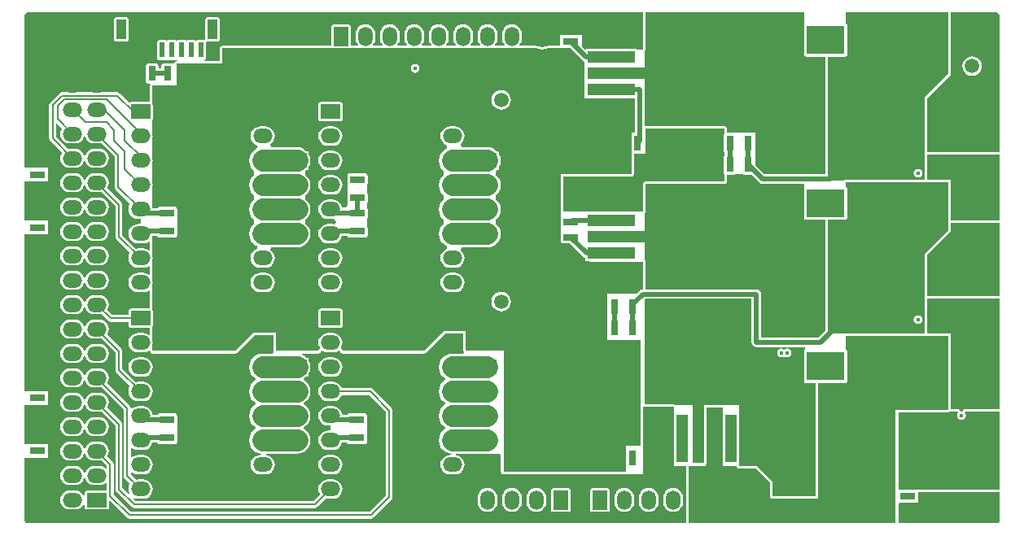
<source format=gtl>
G04 Layer_Physical_Order=1*
G04 Layer_Color=255*
%FSLAX44Y44*%
%MOMM*%
G71*
G01*
G75*
%ADD10R,1.6000X0.8000*%
%ADD11R,4.0000X3.0000*%
%ADD12R,0.8000X1.6000*%
%ADD13R,11.0000X11.0000*%
%ADD14R,1.2000X5.0000*%
%ADD15R,1.2000X8.0000*%
%ADD16R,11.0000X11.0000*%
%ADD17R,5.0000X1.2000*%
%ADD18R,8.0000X1.2000*%
%ADD19R,1.0000X2.0000*%
%ADD20R,0.6000X1.6000*%
%ADD21C,0.5000*%
%ADD22C,0.2032*%
%ADD23C,2.3000*%
%ADD24C,1.7500*%
%ADD25C,2.0000*%
%ADD26C,3.0000*%
%ADD27C,1.5000*%
%ADD28R,2.0000X1.5000*%
%ADD29O,2.0000X1.5000*%
%ADD30R,1.5000X2.0000*%
%ADD31O,1.5000X2.0000*%
%ADD32C,0.3810*%
%ADD33C,0.7620*%
G36*
X1265851Y488000D02*
X1190590D01*
Y530927D01*
X1214831Y555169D01*
X1215393Y556009D01*
X1215590Y557000D01*
Y564000D01*
X1265851D01*
Y488000D01*
D02*
G37*
G36*
X1213000Y607000D02*
X1213000Y557000D01*
X1188000Y532000D01*
Y449590D01*
X1106000D01*
X1105009Y449393D01*
X1104421Y449000D01*
X1087000D01*
Y450689D01*
X1087393Y451276D01*
X1087590Y452267D01*
Y567410D01*
X1105000D01*
X1105991Y567607D01*
X1106831Y568169D01*
X1107393Y569009D01*
X1107590Y570000D01*
Y600000D01*
X1107393Y600991D01*
X1106831Y601831D01*
X1106000Y602387D01*
Y607000D01*
X1213000Y607000D01*
D02*
G37*
G36*
X1265851Y566590D02*
X1215590D01*
X1215590Y567860D01*
X1215590Y607000D01*
X1215393Y607991D01*
X1214831Y608831D01*
X1213991Y609393D01*
X1213000Y609590D01*
X1190590D01*
Y635410D01*
X1265851D01*
Y566590D01*
D02*
G37*
G36*
X1213000Y720000D02*
X1188000Y695000D01*
Y609590D01*
X1106000Y609590D01*
X1105009Y609393D01*
X1104169Y608831D01*
X1103613Y608000D01*
X1087000D01*
Y613560D01*
X1087393Y614148D01*
X1087590Y615139D01*
Y737410D01*
X1105000D01*
X1105991Y737607D01*
X1106831Y738169D01*
X1107393Y739009D01*
X1107590Y740000D01*
Y770000D01*
X1107393Y770991D01*
X1106831Y771831D01*
X1106000Y772387D01*
Y783351D01*
X1213000D01*
X1213000Y720000D01*
D02*
G37*
G36*
X980000Y657552D02*
X979669Y657331D01*
X979107Y656491D01*
X978910Y655500D01*
Y639500D01*
X979107Y638509D01*
X979669Y637669D01*
X980000Y637448D01*
Y635052D01*
X979669Y634831D01*
X979107Y633991D01*
X978910Y633000D01*
Y617000D01*
X979107Y616009D01*
X979669Y615169D01*
X980000Y614948D01*
Y607590D01*
X897750D01*
X896759Y607393D01*
X895919Y606831D01*
X895357Y605991D01*
X895160Y605000D01*
Y576000D01*
X812590D01*
Y578921D01*
X812540Y579172D01*
Y579427D01*
X812442Y579662D01*
X812393Y579912D01*
X812251Y580125D01*
X812153Y580360D01*
X812047Y580519D01*
X812000Y580755D01*
Y588245D01*
X812047Y588481D01*
X812153Y588640D01*
X812251Y588875D01*
X812393Y589087D01*
X812442Y589338D01*
X812540Y589573D01*
Y589828D01*
X812590Y590079D01*
Y612410D01*
X883000D01*
X883991Y612607D01*
X884831Y613169D01*
X885393Y614009D01*
X885590Y615000D01*
Y636000D01*
X898000D01*
Y662410D01*
X980000D01*
Y657552D01*
D02*
G37*
G36*
X999509Y614607D02*
X1000500Y614410D01*
X1007822D01*
X1015866Y606366D01*
X1017533Y605252D01*
X1019500Y604861D01*
X1063000D01*
Y601579D01*
X1062607Y600991D01*
X1062410Y600000D01*
Y570000D01*
X1062607Y569009D01*
X1063169Y568169D01*
X1064009Y567607D01*
X1065000Y567410D01*
X1085000D01*
Y452267D01*
X1077871Y445139D01*
X1018139D01*
Y490000D01*
X1017748Y491967D01*
X1016634Y493634D01*
X1014967Y494748D01*
X1013000Y495139D01*
X897590D01*
Y524000D01*
X897393Y524991D01*
X897000Y525579D01*
Y574182D01*
X897553Y575009D01*
X897750Y576000D01*
Y604745D01*
X897792Y604958D01*
X898005Y605000D01*
X980000D01*
X980991Y605197D01*
X981831Y605759D01*
X982393Y606599D01*
X982590Y607590D01*
Y614410D01*
X989500D01*
X990491Y614607D01*
X991079Y615000D01*
X998921D01*
X999509Y614607D01*
D02*
G37*
G36*
X1213000Y370000D02*
X1158000D01*
Y251649D01*
X942590D01*
Y311000D01*
X960000D01*
Y312697D01*
X960331Y312919D01*
X960893Y313759D01*
X961090Y314750D01*
Y372410D01*
X978000D01*
Y365201D01*
X977910Y364750D01*
Y314750D01*
X978000Y314299D01*
Y311000D01*
X992410D01*
X992607Y310009D01*
X993169Y309169D01*
X994009Y308607D01*
X995000Y308410D01*
X1012927Y308410D01*
X1027410Y293927D01*
Y280000D01*
X1027607Y279009D01*
X1028169Y278169D01*
X1029009Y277607D01*
X1030000Y277410D01*
X1075000D01*
X1075991Y277607D01*
X1076831Y278169D01*
X1077393Y279009D01*
X1077590Y280000D01*
Y397410D01*
X1105000D01*
X1105991Y397607D01*
X1106831Y398169D01*
X1107393Y399009D01*
X1107590Y400000D01*
Y430000D01*
X1107393Y430991D01*
X1106831Y431831D01*
X1106000Y432387D01*
Y447000D01*
X1213000D01*
Y370000D01*
D02*
G37*
G36*
X1265851Y254500D02*
X1265851Y253933D01*
X1265416Y252885D01*
X1264615Y252083D01*
X1263567Y251649D01*
X1160590D01*
Y272230D01*
X1161860Y272938D01*
X1162000Y272910D01*
X1178000D01*
X1178451Y273000D01*
X1181000D01*
Y284410D01*
X1265851D01*
Y254500D01*
D02*
G37*
G36*
X1007861Y440000D02*
X1008252Y438033D01*
X1009366Y436366D01*
X1011033Y435252D01*
X1013000Y434861D01*
X1064000D01*
Y432387D01*
X1063169Y431831D01*
X1062607Y430991D01*
X1062410Y430000D01*
Y400000D01*
X1062607Y399009D01*
X1063169Y398169D01*
X1064009Y397607D01*
X1065000Y397410D01*
X1075000D01*
Y280000D01*
X1030000D01*
X1030000Y295000D01*
X1014000Y311000D01*
X995000Y311000D01*
Y314299D01*
X995090Y314750D01*
Y364750D01*
X995000Y365201D01*
Y375000D01*
X928070D01*
X927991Y375053D01*
X927000Y375250D01*
X897755D01*
X897190Y375362D01*
X897000Y375441D01*
Y484733D01*
X897129Y484861D01*
X1007861D01*
Y440000D01*
D02*
G37*
G36*
X1265851Y370590D02*
X1230276D01*
X1229869Y370509D01*
X1229456Y370456D01*
X1229376Y370411D01*
X1229286Y370393D01*
X1228940Y370162D01*
X1228578Y369955D01*
X1228522Y369883D01*
X1228445Y369831D01*
X1228214Y369485D01*
X1227959Y369157D01*
X1227614Y368465D01*
X1227539Y368190D01*
X1227447Y367994D01*
X1226500Y368182D01*
X1225553Y367994D01*
X1225461Y368190D01*
X1225386Y368465D01*
X1225041Y369157D01*
X1224786Y369485D01*
X1224555Y369831D01*
X1224478Y369883D01*
X1224421Y369955D01*
X1224060Y370162D01*
X1223715Y370393D01*
X1223624Y370411D01*
X1223544Y370456D01*
X1223131Y370509D01*
X1222723Y370590D01*
X1215590D01*
Y447000D01*
X1215393Y447991D01*
X1214831Y448831D01*
X1213991Y449393D01*
X1213000Y449590D01*
X1190590D01*
Y485410D01*
X1265851D01*
Y370590D01*
D02*
G37*
G36*
Y287000D02*
X1160590D01*
Y367410D01*
X1213000D01*
X1213991Y367607D01*
X1214579Y368000D01*
X1222723D01*
X1223069Y367308D01*
X1223212Y366730D01*
X1222313Y365384D01*
X1221968Y363650D01*
X1222313Y361916D01*
X1223295Y360445D01*
X1224766Y359463D01*
X1226500Y359118D01*
X1228234Y359463D01*
X1229705Y360445D01*
X1230687Y361916D01*
X1231032Y363650D01*
X1230687Y365384D01*
X1229788Y366730D01*
X1229931Y367308D01*
X1230276Y368000D01*
X1265851D01*
Y287000D01*
D02*
G37*
G36*
X1263567Y783351D02*
X1264615Y782916D01*
X1265417Y782115D01*
X1265851Y781067D01*
X1265851Y780500D01*
Y780500D01*
Y780500D01*
Y638000D01*
X1190590D01*
Y693927D01*
X1214831Y718169D01*
X1215393Y719009D01*
X1215590Y720000D01*
X1215590Y783351D01*
X1263000D01*
X1263567Y783351D01*
D02*
G37*
G36*
X832366Y733366D02*
X834000Y732275D01*
X834000Y694000D01*
X886861Y694000D01*
Y658090D01*
X885500D01*
X885049Y658000D01*
X883000D01*
Y655951D01*
X882910Y655500D01*
Y639500D01*
X883000Y639049D01*
Y615000D01*
X810000D01*
Y590079D01*
X809607Y589491D01*
X809410Y588500D01*
Y580500D01*
X809607Y579509D01*
X810000Y578921D01*
Y571079D01*
X809607Y570491D01*
X809410Y569500D01*
Y561500D01*
X809607Y560509D01*
X810000Y559921D01*
Y555079D01*
X809607Y554491D01*
X809410Y553500D01*
Y545500D01*
X809607Y544509D01*
X810169Y543669D01*
X811009Y543107D01*
X812000Y542910D01*
X819323D01*
X832866Y529366D01*
X834533Y528252D01*
X834660Y528227D01*
Y527000D01*
X834857Y526009D01*
X835419Y525169D01*
X836259Y524607D01*
X837250Y524410D01*
X839090D01*
X839500Y524000D01*
X895000Y524000D01*
Y495139D01*
X893034Y494748D01*
X891366Y493634D01*
X888733Y491000D01*
X857500D01*
X857500Y485000D01*
X857500Y442500D01*
X892500Y442500D01*
X892500Y332000D01*
X877000Y332000D01*
Y305000D01*
X750000Y305000D01*
X750000Y431000D01*
X711000D01*
X711000Y452000D01*
X688000Y452000D01*
X667000Y431000D01*
X582338Y431000D01*
X580858Y434000D01*
X581270Y434537D01*
X582282Y436979D01*
X582627Y439600D01*
X582282Y442221D01*
X581270Y444663D01*
X579661Y446761D01*
X577563Y448370D01*
X575121Y449382D01*
X572500Y449727D01*
X567500D01*
X564879Y449382D01*
X562437Y448370D01*
X560339Y446761D01*
X558730Y444663D01*
X557718Y442221D01*
X557373Y439600D01*
X557718Y436979D01*
X558730Y434537D01*
X559142Y434000D01*
X557662Y431000D01*
X513000D01*
Y450000D01*
X490000Y450000D01*
X471000Y431000D01*
X385000D01*
Y438638D01*
X385127Y439600D01*
X385000Y440563D01*
Y457048D01*
X385090Y457500D01*
Y472500D01*
X385000Y472952D01*
X385000Y501238D01*
X385127Y502200D01*
X385000Y503162D01*
Y526638D01*
X385127Y527600D01*
X385000Y528562D01*
Y550861D01*
X389537D01*
X389607Y550509D01*
X390169Y549669D01*
X391009Y549107D01*
X392000Y548910D01*
X408000D01*
X408991Y549107D01*
X409831Y549669D01*
X410393Y550509D01*
X410590Y551500D01*
Y578500D01*
X410393Y579491D01*
X409831Y580331D01*
X408991Y580893D01*
X408000Y581090D01*
X392000D01*
X391009Y580893D01*
X390169Y580331D01*
X389751Y579706D01*
X385000D01*
Y602838D01*
X385127Y603800D01*
X385000Y604762D01*
Y628238D01*
X385127Y629200D01*
X385000Y630162D01*
X385000Y653638D01*
X385127Y654600D01*
X385000Y655562D01*
Y672049D01*
X385090Y672500D01*
Y687500D01*
X385000Y687951D01*
Y707500D01*
X410000D01*
Y730000D01*
X457500D01*
X457500Y746000D01*
X606198D01*
X606400Y745973D01*
X606602Y746000D01*
X631598D01*
X631800Y745973D01*
X632002Y746000D01*
X656998D01*
X657200Y745973D01*
X657402Y746000D01*
X682398D01*
X682600Y745973D01*
X682802Y746000D01*
X707798D01*
X708000Y745973D01*
X708202Y746000D01*
X733198D01*
X733400Y745973D01*
X733602Y746000D01*
X758598D01*
X758800Y745973D01*
X759002Y746000D01*
X783970D01*
X786562Y745214D01*
X790000Y744875D01*
X793438Y745214D01*
X796030Y746000D01*
X819733D01*
X832366Y733366D01*
D02*
G37*
G36*
X255000Y783351D02*
X255000Y783351D01*
X255000Y783351D01*
X895000Y783351D01*
Y745000D01*
X888829D01*
X888241Y745393D01*
X887250Y745590D01*
X837250D01*
X836259Y745393D01*
X835671Y745000D01*
X835267D01*
X832000Y748267D01*
Y760000D01*
X809000D01*
Y748590D01*
X796030D01*
X795657Y748515D01*
X795278Y748478D01*
X792931Y747766D01*
X790000Y747477D01*
X787069Y747766D01*
X784722Y748478D01*
X784343Y748515D01*
X783970Y748590D01*
X767293D01*
X766667Y749860D01*
X767570Y751037D01*
X768582Y753479D01*
X768927Y756100D01*
Y761100D01*
X768582Y763721D01*
X767570Y766163D01*
X765961Y768261D01*
X763863Y769870D01*
X761421Y770882D01*
X758800Y771227D01*
X756179Y770882D01*
X753737Y769870D01*
X751639Y768261D01*
X750030Y766163D01*
X749018Y763721D01*
X748673Y761100D01*
Y756100D01*
X749018Y753479D01*
X750030Y751037D01*
X750933Y749860D01*
X750307Y748590D01*
X741893D01*
X741267Y749860D01*
X742170Y751037D01*
X743182Y753479D01*
X743527Y756100D01*
Y761100D01*
X743182Y763721D01*
X742170Y766163D01*
X740561Y768261D01*
X738463Y769870D01*
X736021Y770882D01*
X733400Y771227D01*
X730779Y770882D01*
X728337Y769870D01*
X726239Y768261D01*
X724630Y766163D01*
X723618Y763721D01*
X723273Y761100D01*
Y756100D01*
X723618Y753479D01*
X724630Y751037D01*
X725533Y749860D01*
X724907Y748590D01*
X716493D01*
X715867Y749860D01*
X716770Y751037D01*
X717782Y753479D01*
X718127Y756100D01*
Y761100D01*
X717782Y763721D01*
X716770Y766163D01*
X715161Y768261D01*
X713063Y769870D01*
X710621Y770882D01*
X708000Y771227D01*
X705379Y770882D01*
X702937Y769870D01*
X700839Y768261D01*
X699230Y766163D01*
X698218Y763721D01*
X697873Y761100D01*
Y756100D01*
X698218Y753479D01*
X699230Y751037D01*
X700133Y749860D01*
X699507Y748590D01*
X691093D01*
X690467Y749860D01*
X691370Y751037D01*
X692382Y753479D01*
X692727Y756100D01*
Y761100D01*
X692382Y763721D01*
X691370Y766163D01*
X689761Y768261D01*
X687663Y769870D01*
X685221Y770882D01*
X682600Y771227D01*
X679979Y770882D01*
X677537Y769870D01*
X675439Y768261D01*
X673830Y766163D01*
X672818Y763721D01*
X672473Y761100D01*
Y756100D01*
X672818Y753479D01*
X673830Y751037D01*
X674733Y749860D01*
X674107Y748590D01*
X665693D01*
X665067Y749860D01*
X665970Y751037D01*
X666982Y753479D01*
X667327Y756100D01*
Y761100D01*
X666982Y763721D01*
X665970Y766163D01*
X664361Y768261D01*
X662263Y769870D01*
X659821Y770882D01*
X657200Y771227D01*
X654579Y770882D01*
X652137Y769870D01*
X650039Y768261D01*
X648430Y766163D01*
X647418Y763721D01*
X647073Y761100D01*
Y756100D01*
X647418Y753479D01*
X648430Y751037D01*
X649333Y749860D01*
X648707Y748590D01*
X640293D01*
X639667Y749860D01*
X640570Y751037D01*
X641582Y753479D01*
X641927Y756100D01*
Y761100D01*
X641582Y763721D01*
X640570Y766163D01*
X638961Y768261D01*
X636863Y769870D01*
X634421Y770882D01*
X631800Y771227D01*
X629179Y770882D01*
X626737Y769870D01*
X624639Y768261D01*
X623030Y766163D01*
X622018Y763721D01*
X621673Y761100D01*
Y756100D01*
X622018Y753479D01*
X623030Y751037D01*
X623933Y749860D01*
X623307Y748590D01*
X614893D01*
X614267Y749860D01*
X615170Y751037D01*
X616182Y753479D01*
X616527Y756100D01*
Y761100D01*
X616182Y763721D01*
X615170Y766163D01*
X613561Y768261D01*
X611463Y769870D01*
X609021Y770882D01*
X606400Y771227D01*
X603779Y770882D01*
X601337Y769870D01*
X599239Y768261D01*
X597630Y766163D01*
X596618Y763721D01*
X596273Y761100D01*
Y756100D01*
X596618Y753479D01*
X597630Y751037D01*
X598533Y749860D01*
X597907Y748590D01*
X591098D01*
X591090Y748600D01*
Y768600D01*
X590893Y769591D01*
X590331Y770431D01*
X589491Y770993D01*
X588500Y771190D01*
X573500D01*
X572509Y770993D01*
X571669Y770431D01*
X571107Y769591D01*
X570910Y768600D01*
Y748600D01*
X570902Y748590D01*
X457500D01*
X456509Y748393D01*
X455669Y747831D01*
X455107Y746991D01*
X454910Y746000D01*
X454910Y732590D01*
X439128D01*
X438991Y733857D01*
X439831Y734419D01*
X440393Y735259D01*
X440590Y736250D01*
Y752250D01*
X440545Y752474D01*
X441057Y752943D01*
X441671Y753325D01*
X442500Y753160D01*
X452500D01*
X453491Y753357D01*
X454331Y753919D01*
X454893Y754759D01*
X455090Y755750D01*
Y775750D01*
X454893Y776741D01*
X454331Y777581D01*
X453491Y778143D01*
X452500Y778340D01*
X442500D01*
X441509Y778143D01*
X440669Y777581D01*
X440107Y776741D01*
X439910Y775750D01*
Y755750D01*
X439955Y755526D01*
X439443Y755057D01*
X438829Y754675D01*
X438000Y754840D01*
X432000D01*
X431009Y754643D01*
X430169Y754081D01*
X429831D01*
X428991Y754643D01*
X428000Y754840D01*
X422000D01*
X421009Y754643D01*
X420169Y754081D01*
X419831D01*
X418991Y754643D01*
X418000Y754840D01*
X412000D01*
X411009Y754643D01*
X410169Y754081D01*
X409831D01*
X408991Y754643D01*
X408000Y754840D01*
X402000D01*
X401009Y754643D01*
X400169Y754081D01*
X399831D01*
X398991Y754643D01*
X398000Y754840D01*
X392000D01*
X391009Y754643D01*
X390169Y754081D01*
X389607Y753241D01*
X389410Y752250D01*
Y736250D01*
X389607Y735259D01*
X390169Y734419D01*
X391009Y733857D01*
X392000Y733660D01*
X398000D01*
X398991Y733857D01*
X399831Y734419D01*
X400169D01*
X401009Y733857D01*
X402000Y733660D01*
X408000D01*
X408991Y733857D01*
X409831Y734419D01*
X409979D01*
X410568Y733860D01*
X410061Y732590D01*
X410000D01*
X409009Y732393D01*
X408169Y731831D01*
X407607Y730991D01*
X407410Y730000D01*
X406079D01*
X405491Y730393D01*
X404500Y730590D01*
X396500D01*
X395509Y730393D01*
X394669Y729831D01*
X394107Y728991D01*
X393910Y728000D01*
Y725139D01*
X391090D01*
Y728000D01*
X390893Y728991D01*
X390331Y729831D01*
X389491Y730393D01*
X388500Y730590D01*
X380500D01*
X379509Y730393D01*
X378669Y729831D01*
X378107Y728991D01*
X377910Y728000D01*
Y712000D01*
X378107Y711009D01*
X378669Y710169D01*
X379509Y709607D01*
X380500Y709410D01*
X381694D01*
X381968Y709134D01*
X382538Y708140D01*
X382410Y707500D01*
Y700000D01*
Y690090D01*
X362500D01*
X361509Y689893D01*
X360745Y689382D01*
X350881Y699247D01*
X349753Y700000D01*
X349705Y700033D01*
X348317Y700309D01*
X348317Y700309D01*
X290683D01*
X290683Y700309D01*
X289296Y700033D01*
X289247Y700000D01*
X288119Y699247D01*
X288119Y699247D01*
X278436Y689564D01*
X277650Y688388D01*
X277374Y687000D01*
X277374Y687000D01*
Y652200D01*
X277374Y652200D01*
X277650Y650813D01*
X278436Y649636D01*
X290799Y637274D01*
X290330Y636663D01*
X289318Y634221D01*
X288973Y631600D01*
X289318Y628979D01*
X290330Y626537D01*
X291939Y624439D01*
X294037Y622830D01*
X296479Y621818D01*
X299100Y621473D01*
X304100D01*
X306721Y621818D01*
X309163Y622830D01*
X311261Y624439D01*
X312870Y626537D01*
X313613Y628330D01*
X314987D01*
X315730Y626537D01*
X317339Y624439D01*
X319437Y622830D01*
X321879Y621818D01*
X324500Y621473D01*
X329500D01*
X332121Y621818D01*
X334563Y622830D01*
X336661Y624439D01*
X338270Y626537D01*
X339282Y628979D01*
X339627Y631600D01*
X339282Y634221D01*
X338270Y636663D01*
X336661Y638761D01*
X334563Y640370D01*
X332121Y641382D01*
X329500Y641727D01*
X324500D01*
X321879Y641382D01*
X319437Y640370D01*
X317339Y638761D01*
X315730Y636663D01*
X314987Y634870D01*
X313613D01*
X312870Y636663D01*
X311261Y638761D01*
X309163Y640370D01*
X306721Y641382D01*
X304100Y641727D01*
X299100D01*
X296892Y641436D01*
X284626Y653702D01*
Y667188D01*
X285799Y667673D01*
X290799Y662674D01*
X290330Y662063D01*
X289318Y659621D01*
X288973Y657000D01*
X289318Y654379D01*
X290330Y651937D01*
X291939Y649839D01*
X294037Y648230D01*
X296479Y647218D01*
X299100Y646873D01*
X304100D01*
X306721Y647218D01*
X309163Y648230D01*
X311261Y649839D01*
X312870Y651937D01*
X313613Y653730D01*
X314987D01*
X315730Y651937D01*
X317339Y649839D01*
X319437Y648230D01*
X321879Y647218D01*
X324500Y646873D01*
X329500D01*
X331708Y647164D01*
X345374Y633498D01*
Y601900D01*
X345374Y601900D01*
X345650Y600513D01*
X346436Y599336D01*
X361699Y584074D01*
X361230Y583463D01*
X360218Y581021D01*
X359873Y578400D01*
X360218Y575779D01*
X361230Y573337D01*
X362839Y571239D01*
X364937Y569630D01*
X367379Y568618D01*
X370000Y568273D01*
X372500D01*
Y563127D01*
X370000D01*
X367379Y562782D01*
X364937Y561770D01*
X362839Y560161D01*
X361230Y558063D01*
X360218Y555621D01*
X359873Y553000D01*
X360218Y550379D01*
X361230Y547937D01*
X362839Y545839D01*
X364937Y544230D01*
X367379Y543218D01*
X370000Y542873D01*
X375000D01*
X377621Y543218D01*
X380063Y544230D01*
X381140Y545056D01*
X382410Y544430D01*
Y536170D01*
X381140Y535544D01*
X380063Y536370D01*
X377621Y537382D01*
X375000Y537727D01*
X370000D01*
X367792Y537436D01*
X353626Y551602D01*
Y583200D01*
X353350Y584588D01*
X352564Y585764D01*
X352564Y585764D01*
X337801Y600526D01*
X338270Y601137D01*
X339282Y603579D01*
X339627Y606200D01*
X339282Y608821D01*
X338270Y611263D01*
X336661Y613361D01*
X334563Y614970D01*
X332121Y615982D01*
X329500Y616327D01*
X324500D01*
X321879Y615982D01*
X319437Y614970D01*
X317339Y613361D01*
X315730Y611263D01*
X314987Y609470D01*
X313613D01*
X312870Y611263D01*
X311261Y613361D01*
X309163Y614970D01*
X306721Y615982D01*
X304100Y616327D01*
X299100D01*
X296479Y615982D01*
X294037Y614970D01*
X291939Y613361D01*
X290330Y611263D01*
X289318Y608821D01*
X288973Y606200D01*
X289318Y603579D01*
X290330Y601137D01*
X291939Y599039D01*
X294037Y597430D01*
X296479Y596418D01*
X299100Y596073D01*
X304100D01*
X306721Y596418D01*
X309163Y597430D01*
X311261Y599039D01*
X312870Y601137D01*
X313613Y602930D01*
X314987D01*
X315730Y601137D01*
X317339Y599039D01*
X319437Y597430D01*
X321879Y596418D01*
X324500Y596073D01*
X329500D01*
X331708Y596364D01*
X346374Y581698D01*
Y550100D01*
X346374Y550100D01*
X346650Y548713D01*
X347436Y547536D01*
X361699Y533274D01*
X361230Y532663D01*
X360218Y530221D01*
X359873Y527600D01*
X360218Y524979D01*
X361230Y522537D01*
X362839Y520439D01*
X364937Y518830D01*
X367379Y517818D01*
X370000Y517473D01*
X375000D01*
X377621Y517818D01*
X380063Y518830D01*
X381140Y519656D01*
X382410Y519030D01*
Y510770D01*
X381140Y510144D01*
X380063Y510970D01*
X377621Y511982D01*
X375000Y512327D01*
X370000D01*
X367379Y511982D01*
X364937Y510970D01*
X362839Y509361D01*
X361230Y507263D01*
X360218Y504821D01*
X359873Y502200D01*
X360218Y499579D01*
X361230Y497137D01*
X362839Y495039D01*
X364937Y493430D01*
X367379Y492418D01*
X370000Y492073D01*
X375000D01*
X377621Y492418D01*
X380063Y493430D01*
X381140Y494256D01*
X382410Y493630D01*
X382410Y475090D01*
X362500D01*
X361509Y474893D01*
X360669Y474331D01*
X360107Y473491D01*
X359910Y472500D01*
Y468626D01*
X342702D01*
X337801Y473526D01*
X338270Y474137D01*
X339282Y476579D01*
X339627Y479200D01*
X339282Y481821D01*
X338270Y484263D01*
X336661Y486361D01*
X334563Y487970D01*
X332121Y488982D01*
X329500Y489327D01*
X324500D01*
X321879Y488982D01*
X319437Y487970D01*
X317339Y486361D01*
X315730Y484263D01*
X314987Y482470D01*
X313613D01*
X312870Y484263D01*
X311261Y486361D01*
X309163Y487970D01*
X306721Y488982D01*
X304100Y489327D01*
X299100D01*
X296479Y488982D01*
X294037Y487970D01*
X291939Y486361D01*
X290330Y484263D01*
X289318Y481821D01*
X288973Y479200D01*
X289318Y476579D01*
X290330Y474137D01*
X291939Y472039D01*
X294037Y470430D01*
X296479Y469418D01*
X299100Y469073D01*
X304100D01*
X306721Y469418D01*
X309163Y470430D01*
X311261Y472039D01*
X312870Y474137D01*
X313613Y475930D01*
X314987D01*
X315730Y474137D01*
X317339Y472039D01*
X319437Y470430D01*
X321879Y469418D01*
X324500Y469073D01*
X329500D01*
X331708Y469364D01*
X338636Y462436D01*
X338636Y462436D01*
X339813Y461650D01*
X341200Y461374D01*
X341200Y461374D01*
X359910D01*
Y457500D01*
X360107Y456509D01*
X360669Y455669D01*
X361509Y455107D01*
X362500Y454910D01*
X382410D01*
Y448170D01*
X381140Y447544D01*
X380063Y448370D01*
X377621Y449382D01*
X375000Y449727D01*
X370000D01*
X367379Y449382D01*
X364937Y448370D01*
X362839Y446761D01*
X361230Y444663D01*
X360218Y442221D01*
X359873Y439600D01*
X360218Y436979D01*
X361230Y434537D01*
X362839Y432439D01*
X364937Y430830D01*
X367379Y429818D01*
X370000Y429473D01*
X375000D01*
X377621Y429818D01*
X380063Y430830D01*
X381140Y431656D01*
X382410Y431030D01*
Y431000D01*
X382607Y430009D01*
X383169Y429169D01*
X384009Y428607D01*
X385000Y428410D01*
X471000D01*
X471991Y428607D01*
X472831Y429169D01*
X491073Y447410D01*
X510410Y447410D01*
Y431000D01*
X510607Y430009D01*
X510860Y429631D01*
X510266Y428361D01*
X499500D01*
X495835Y427879D01*
X492419Y426464D01*
X489487Y424213D01*
X487236Y421281D01*
X485821Y417865D01*
X485339Y414200D01*
X485821Y410535D01*
X487236Y407119D01*
X489487Y404187D01*
X491994Y402262D01*
X492089Y401996D01*
Y401004D01*
X491994Y400738D01*
X489487Y398814D01*
X487236Y395881D01*
X485821Y392465D01*
X485339Y388800D01*
X485821Y385135D01*
X487236Y381719D01*
X489487Y378787D01*
X491994Y376862D01*
X492089Y376596D01*
Y375604D01*
X491994Y375338D01*
X489487Y373414D01*
X487236Y370481D01*
X485821Y367065D01*
X485339Y363400D01*
X485821Y359735D01*
X487236Y356319D01*
X489487Y353387D01*
X491994Y351462D01*
X492089Y351197D01*
Y350204D01*
X491994Y349938D01*
X489487Y348013D01*
X487236Y345081D01*
X485821Y341665D01*
X485339Y338000D01*
X485821Y334335D01*
X487236Y330919D01*
X489487Y327987D01*
X492419Y325736D01*
X495835Y324321D01*
X498302Y323997D01*
X498218Y322727D01*
X497000D01*
X494379Y322382D01*
X491937Y321370D01*
X489839Y319761D01*
X488230Y317663D01*
X487218Y315221D01*
X486873Y312600D01*
X487218Y309979D01*
X488230Y307537D01*
X489839Y305439D01*
X491937Y303830D01*
X494379Y302818D01*
X497000Y302473D01*
X502000D01*
X504621Y302818D01*
X507063Y303830D01*
X509161Y305439D01*
X510770Y307537D01*
X511782Y309979D01*
X512127Y312600D01*
X511782Y315221D01*
X510770Y317663D01*
X509161Y319761D01*
X507063Y321370D01*
X504621Y322382D01*
X503199Y322569D01*
X503282Y323839D01*
X534900D01*
X538565Y324321D01*
X541981Y325736D01*
X544913Y327987D01*
X547164Y330919D01*
X548579Y334335D01*
X549061Y338000D01*
X548579Y341665D01*
X547164Y345081D01*
X544913Y348013D01*
X542406Y349938D01*
X542312Y350204D01*
Y351197D01*
X542406Y351462D01*
X544913Y353387D01*
X547164Y356319D01*
X548579Y359735D01*
X549061Y363400D01*
X548579Y367065D01*
X547164Y370481D01*
X544913Y373414D01*
X542406Y375338D01*
X542312Y375604D01*
Y376596D01*
X542406Y376862D01*
X544913Y378787D01*
X547164Y381719D01*
X548579Y385135D01*
X549061Y388800D01*
X548579Y392465D01*
X547164Y395881D01*
X544913Y398814D01*
X542406Y400738D01*
X542312Y401004D01*
Y401996D01*
X542406Y402262D01*
X544684Y404010D01*
X545000D01*
X545991Y404207D01*
X546831Y404769D01*
X547393Y405609D01*
X547590Y406600D01*
Y408148D01*
X548579Y410535D01*
X549061Y414200D01*
X548579Y417865D01*
X547590Y420253D01*
Y421600D01*
X547393Y422591D01*
X546831Y423431D01*
X545991Y423993D01*
X545000Y424190D01*
X544932D01*
X544913Y424213D01*
X541981Y426464D01*
X540348Y427140D01*
X540601Y428410D01*
X557662D01*
X558076Y428493D01*
X558495Y428548D01*
X558569Y428591D01*
X558653Y428607D01*
X559005Y428842D01*
X559370Y429053D01*
X559422Y429121D01*
X559494Y429169D01*
X559728Y429520D01*
X559985Y429855D01*
X560564Y431029D01*
X561801Y431318D01*
X562437Y430830D01*
X564879Y429818D01*
X567500Y429473D01*
X572500D01*
X575121Y429818D01*
X577563Y430830D01*
X578199Y431318D01*
X579436Y431029D01*
X580015Y429855D01*
X580272Y429520D01*
X580506Y429169D01*
X580578Y429121D01*
X580630Y429053D01*
X580995Y428842D01*
X581347Y428607D01*
X581431Y428591D01*
X581505Y428548D01*
X581924Y428493D01*
X582338Y428410D01*
X667000Y428410D01*
X667991Y428607D01*
X668831Y429169D01*
X668831Y429169D01*
X689072Y449410D01*
X708410Y449410D01*
X708410Y431000D01*
X708607Y430009D01*
X708860Y429631D01*
X708266Y428361D01*
X697000D01*
X693335Y427879D01*
X689919Y426464D01*
X686987Y424213D01*
X684736Y421281D01*
X683321Y417865D01*
X682839Y414200D01*
X683321Y410535D01*
X684736Y407119D01*
X686987Y404187D01*
X689494Y402262D01*
X689588Y401996D01*
Y401004D01*
X689494Y400738D01*
X686987Y398814D01*
X684736Y395881D01*
X683321Y392465D01*
X682839Y388800D01*
X683321Y385135D01*
X684736Y381719D01*
X686987Y378787D01*
X689494Y376862D01*
X689588Y376596D01*
Y375604D01*
X689494Y375338D01*
X686987Y373414D01*
X684736Y370481D01*
X683321Y367065D01*
X682839Y363400D01*
X683321Y359735D01*
X684736Y356319D01*
X686987Y353387D01*
X689494Y351462D01*
X689588Y351197D01*
Y350204D01*
X689494Y349938D01*
X686987Y348013D01*
X684736Y345081D01*
X683321Y341665D01*
X682839Y338000D01*
X683321Y334335D01*
X684736Y330919D01*
X686987Y327987D01*
X689919Y325736D01*
X693335Y324321D01*
X695801Y323997D01*
X695718Y322727D01*
X694500D01*
X691879Y322382D01*
X689437Y321370D01*
X687339Y319761D01*
X685730Y317663D01*
X684718Y315221D01*
X684373Y312600D01*
X684718Y309979D01*
X685730Y307537D01*
X686270Y306833D01*
X687339Y305439D01*
X689437Y303830D01*
X691879Y302818D01*
X694500Y302473D01*
X699500D01*
X702121Y302818D01*
X704563Y303830D01*
X706661Y305439D01*
X708270Y307537D01*
X709282Y309979D01*
X709627Y312600D01*
X709282Y315221D01*
X708270Y317663D01*
X706661Y319761D01*
X704563Y321370D01*
X702121Y322382D01*
X700698Y322569D01*
D01*
X700782Y323839D01*
X732900D01*
X734124Y324000D01*
X746140D01*
X747410Y322900D01*
Y305000D01*
X747607Y304009D01*
X748000Y303421D01*
Y303000D01*
X748421D01*
X749009Y302607D01*
X750000Y302410D01*
X877000Y302410D01*
X877991Y302607D01*
X878579Y303000D01*
X895000D01*
Y331549D01*
X895090Y332000D01*
Y372693D01*
X896360Y372957D01*
X896509Y372857D01*
X897500Y372660D01*
X927000D01*
Y365201D01*
X926910Y364750D01*
Y314750D01*
X927000Y314299D01*
Y311000D01*
X940000D01*
Y251649D01*
X255000D01*
X254333Y251649D01*
X253102Y252160D01*
X252160Y253102D01*
X251649Y254333D01*
Y255000D01*
Y320000D01*
X276000D01*
Y334000D01*
X251649D01*
Y375000D01*
X276000D01*
Y389000D01*
X251649D01*
X251649Y552500D01*
X276000D01*
Y566500D01*
X251649D01*
Y607500D01*
X276000D01*
Y621500D01*
X251649D01*
Y700309D01*
Y780000D01*
X251649Y780000D01*
X251649Y780000D01*
X251649Y780667D01*
X252160Y781898D01*
X253102Y782840D01*
X254333Y783351D01*
X255000Y783351D01*
D02*
G37*
G36*
X1063000Y771579D02*
X1062607Y770991D01*
X1062410Y770000D01*
Y740000D01*
X1062607Y739009D01*
X1063000Y738421D01*
Y738000D01*
X1063421D01*
X1064009Y737607D01*
X1065000Y737410D01*
X1085000D01*
Y615139D01*
X1021628D01*
X1012000Y624767D01*
Y658000D01*
X1008951D01*
X1008500Y658090D01*
X1000500D01*
X1000049Y658000D01*
X989951D01*
X989500Y658090D01*
X982590D01*
Y662410D01*
X982393Y663401D01*
X981831Y664241D01*
X981000Y664797D01*
Y665000D01*
X980000D01*
X980000Y665000D01*
X898000D01*
X897139Y665836D01*
Y703000D01*
X897000Y703697D01*
Y743421D01*
X897393Y744009D01*
X897590Y745000D01*
Y783351D01*
X1063000D01*
Y771579D01*
D02*
G37*
%LPC*%
G36*
X1181150Y468032D02*
X1179416Y467687D01*
X1177945Y466705D01*
X1176963Y465234D01*
X1176618Y463500D01*
X1176963Y461766D01*
X1177945Y460295D01*
X1179416Y459313D01*
X1181150Y458968D01*
X1182884Y459313D01*
X1184355Y460295D01*
X1185337Y461766D01*
X1185682Y463500D01*
X1185337Y465234D01*
X1184355Y466705D01*
X1182884Y467687D01*
X1181150Y468032D01*
D02*
G37*
G36*
Y620532D02*
X1179416Y620187D01*
X1177945Y619205D01*
X1176963Y617734D01*
X1176618Y616000D01*
X1176963Y614266D01*
X1177945Y612795D01*
X1179416Y611813D01*
X1181150Y611468D01*
X1182884Y611813D01*
X1184355Y612795D01*
X1185337Y614266D01*
X1185682Y616000D01*
X1185337Y617734D01*
X1184355Y619205D01*
X1182884Y620187D01*
X1181150Y620532D01*
D02*
G37*
G36*
X1045000Y433532D02*
X1043266Y433187D01*
X1042000Y432341D01*
X1040734Y433187D01*
X1039000Y433532D01*
X1037266Y433187D01*
X1035795Y432205D01*
X1034813Y430734D01*
X1034468Y429000D01*
X1034813Y427266D01*
X1035795Y425795D01*
X1037266Y424813D01*
X1039000Y424468D01*
X1040734Y424813D01*
X1042000Y425659D01*
X1043266Y424813D01*
X1045000Y424468D01*
X1046734Y424813D01*
X1048205Y425795D01*
X1049187Y427266D01*
X1049532Y429000D01*
X1049187Y430734D01*
X1048205Y432205D01*
X1046734Y433187D01*
X1045000Y433532D01*
D02*
G37*
G36*
X1237500Y737627D02*
X1234879Y737282D01*
X1232437Y736270D01*
X1230339Y734661D01*
X1228730Y732563D01*
X1227718Y730121D01*
X1227373Y727500D01*
X1227718Y724879D01*
X1228730Y722437D01*
X1230339Y720339D01*
X1232437Y718730D01*
X1234879Y717718D01*
X1237500Y717373D01*
X1240121Y717718D01*
X1242563Y718730D01*
X1244661Y720339D01*
X1246270Y722437D01*
X1247282Y724879D01*
X1247627Y727500D01*
X1247282Y730121D01*
X1246270Y732563D01*
X1244661Y734661D01*
X1242563Y736270D01*
X1240121Y737282D01*
X1237500Y737627D01*
D02*
G37*
G36*
X658000Y729532D02*
X656266Y729187D01*
X654795Y728205D01*
X653813Y726734D01*
X653468Y725000D01*
X653813Y723266D01*
X654795Y721795D01*
X656266Y720813D01*
X658000Y720468D01*
X659734Y720813D01*
X661205Y721795D01*
X662187Y723266D01*
X662532Y725000D01*
X662187Y726734D01*
X661205Y728205D01*
X659734Y729187D01*
X658000Y729532D01*
D02*
G37*
G36*
X699500Y664727D02*
X694500D01*
X691879Y664382D01*
X689437Y663370D01*
X687339Y661761D01*
X685730Y659663D01*
X684718Y657221D01*
X684373Y654600D01*
X684718Y651979D01*
X685730Y649537D01*
X687339Y647439D01*
X689437Y645830D01*
X691029Y645171D01*
X691298Y642349D01*
X691216Y642001D01*
X689919Y641464D01*
X686987Y639213D01*
X684736Y636281D01*
X683321Y632865D01*
X682839Y629200D01*
X683321Y625535D01*
X684736Y622119D01*
X686987Y619187D01*
X688024Y618391D01*
Y614609D01*
X686987Y613814D01*
X684736Y610881D01*
X683321Y607465D01*
X682839Y603800D01*
X683321Y600135D01*
X684736Y596719D01*
X686987Y593787D01*
X688024Y592991D01*
Y589209D01*
X686987Y588414D01*
X684736Y585481D01*
X683321Y582065D01*
X682839Y578400D01*
X683321Y574735D01*
X684736Y571319D01*
X686987Y568387D01*
X688024Y567591D01*
Y563809D01*
X686987Y563013D01*
X684736Y560081D01*
X683321Y556665D01*
X682839Y553000D01*
X683321Y549335D01*
X684736Y545919D01*
X686987Y542987D01*
X689919Y540736D01*
X691216Y540199D01*
X691298Y539851D01*
X691029Y537029D01*
X689437Y536370D01*
X687339Y534761D01*
X685730Y532663D01*
X684718Y530221D01*
X684373Y527600D01*
X684718Y524979D01*
X685730Y522537D01*
X687339Y520439D01*
X689437Y518830D01*
X691879Y517818D01*
X694500Y517473D01*
X699500D01*
X702121Y517818D01*
X704563Y518830D01*
X706661Y520439D01*
X708270Y522537D01*
X709282Y524979D01*
X709627Y527600D01*
X709282Y530221D01*
X708270Y532663D01*
X706661Y534761D01*
X705256Y535839D01*
X706058Y538839D01*
X732900D01*
X736565Y539321D01*
X739981Y540736D01*
X742913Y542987D01*
X745164Y545919D01*
X746579Y549335D01*
X747061Y553000D01*
X746579Y556665D01*
X745164Y560081D01*
X742913Y563013D01*
X741876Y563809D01*
Y567591D01*
X742913Y568387D01*
X745164Y571319D01*
X746579Y574735D01*
X747061Y578400D01*
X746579Y582065D01*
X745164Y585481D01*
X742913Y588414D01*
X741876Y589209D01*
Y592991D01*
X742913Y593787D01*
X745164Y596719D01*
X746579Y600135D01*
X747061Y603800D01*
X746579Y607465D01*
X745164Y610881D01*
X742913Y613814D01*
X741876Y614609D01*
Y616345D01*
X743000Y619010D01*
X743991Y619207D01*
X744831Y619769D01*
X745393Y620609D01*
X745590Y621600D01*
Y623148D01*
X746579Y625535D01*
X747061Y629200D01*
X746579Y632865D01*
X745590Y635253D01*
Y636600D01*
X745393Y637591D01*
X744831Y638431D01*
X743991Y638993D01*
X743000Y639190D01*
X742932D01*
X742913Y639213D01*
X739981Y641464D01*
X736565Y642879D01*
X732900Y643361D01*
X706058D01*
X705256Y646361D01*
X706661Y647439D01*
X708270Y649537D01*
X709282Y651979D01*
X709627Y654600D01*
X709282Y657221D01*
X708270Y659663D01*
X706661Y661761D01*
X704563Y663370D01*
X702121Y664382D01*
X699500Y664727D01*
D02*
G37*
G36*
X502000D02*
X497000D01*
X494379Y664382D01*
X491937Y663370D01*
X489839Y661761D01*
X488230Y659663D01*
X487218Y657221D01*
X486873Y654600D01*
X487218Y651979D01*
X488230Y649537D01*
X489839Y647439D01*
X491937Y645830D01*
X493699Y645100D01*
X494036Y642907D01*
X493858Y641919D01*
X492519Y641364D01*
X489587Y639114D01*
X487336Y636181D01*
X485921Y632765D01*
X485439Y629100D01*
X485921Y625435D01*
X487336Y622019D01*
X489587Y619087D01*
X490508Y618379D01*
Y614598D01*
X489487Y613814D01*
X487236Y610881D01*
X485821Y607465D01*
X485339Y603800D01*
X485821Y600135D01*
X487236Y596719D01*
X489487Y593787D01*
X490524Y592991D01*
Y589209D01*
X489487Y588414D01*
X487236Y585481D01*
X485821Y582065D01*
X485339Y578400D01*
X485821Y574735D01*
X487236Y571319D01*
X489487Y568387D01*
X490524Y567591D01*
Y563809D01*
X489487Y563013D01*
X487236Y560081D01*
X485821Y556665D01*
X485339Y553000D01*
X485821Y549335D01*
X487236Y545919D01*
X489487Y542987D01*
X492419Y540736D01*
X493716Y540199D01*
X493798Y539851D01*
X493529Y537029D01*
X491937Y536370D01*
X489839Y534761D01*
X488230Y532663D01*
X487218Y530221D01*
X486873Y527600D01*
X487218Y524979D01*
X488230Y522537D01*
X489839Y520439D01*
X491937Y518830D01*
X494379Y517818D01*
X497000Y517473D01*
X502000D01*
X504621Y517818D01*
X507063Y518830D01*
X509161Y520439D01*
X510770Y522537D01*
X511782Y524979D01*
X512127Y527600D01*
X511782Y530221D01*
X510770Y532663D01*
X509161Y534761D01*
X507756Y535839D01*
X508558Y538839D01*
X534900D01*
X538565Y539321D01*
X541981Y540736D01*
X544913Y542987D01*
X547164Y545919D01*
X548579Y549335D01*
X549061Y553000D01*
X548579Y556665D01*
X547164Y560081D01*
X544913Y563013D01*
X543876Y563809D01*
Y567591D01*
X544913Y568387D01*
X547164Y571319D01*
X548579Y574735D01*
X549061Y578400D01*
X548579Y582065D01*
X547164Y585481D01*
X544913Y588414D01*
X543876Y589209D01*
Y592991D01*
X544913Y593787D01*
X547164Y596719D01*
X548579Y600135D01*
X549061Y603800D01*
X548579Y607465D01*
X547164Y610881D01*
X544913Y613814D01*
X543992Y614521D01*
Y616392D01*
X545000Y619010D01*
X545991Y619207D01*
X546831Y619769D01*
X547393Y620609D01*
X547590Y621600D01*
Y622806D01*
X548679Y625435D01*
X549161Y629100D01*
X548679Y632765D01*
X547590Y635394D01*
Y636600D01*
X547393Y637591D01*
X546831Y638431D01*
X545991Y638993D01*
X545000Y639190D01*
X544914D01*
X542081Y641364D01*
X538665Y642779D01*
X535000Y643261D01*
X508414D01*
X508059Y643937D01*
X507625Y646261D01*
X509161Y647439D01*
X510770Y649537D01*
X511782Y651979D01*
X512127Y654600D01*
X511782Y657221D01*
X510770Y659663D01*
X509161Y661761D01*
X507063Y663370D01*
X504621Y664382D01*
X502000Y664727D01*
D02*
G37*
G36*
X572500Y537727D02*
X567500D01*
X564879Y537382D01*
X562437Y536370D01*
X560339Y534761D01*
X558730Y532663D01*
X557718Y530221D01*
X557373Y527600D01*
X557718Y524979D01*
X558730Y522537D01*
X560339Y520439D01*
X562437Y518830D01*
X564879Y517818D01*
X567500Y517473D01*
X572500D01*
X575121Y517818D01*
X577563Y518830D01*
X579661Y520439D01*
X581270Y522537D01*
X582282Y524979D01*
X582627Y527600D01*
X582282Y530221D01*
X581270Y532663D01*
X579661Y534761D01*
X577563Y536370D01*
X575121Y537382D01*
X572500Y537727D01*
D02*
G37*
G36*
Y613927D02*
X567500D01*
X564879Y613582D01*
X562437Y612570D01*
X560339Y610961D01*
X558730Y608863D01*
X557718Y606421D01*
X557373Y603800D01*
X557718Y601179D01*
X558730Y598737D01*
X560339Y596639D01*
X562437Y595030D01*
X564879Y594018D01*
X567500Y593673D01*
X572500D01*
X575121Y594018D01*
X577563Y595030D01*
X579661Y596639D01*
X581270Y598737D01*
X582282Y601179D01*
X582627Y603800D01*
X582282Y606421D01*
X581270Y608863D01*
X579661Y610961D01*
X577563Y612570D01*
X575121Y613582D01*
X572500Y613927D01*
D02*
G37*
G36*
Y639327D02*
X567500D01*
X564879Y638982D01*
X562437Y637970D01*
X560339Y636361D01*
X558730Y634263D01*
X557718Y631821D01*
X557373Y629200D01*
X557718Y626579D01*
X558730Y624137D01*
X560339Y622039D01*
X562437Y620430D01*
X564879Y619418D01*
X567500Y619073D01*
X572500D01*
X575121Y619418D01*
X577563Y620430D01*
X579661Y622039D01*
X581270Y624137D01*
X582282Y626579D01*
X582627Y629200D01*
X582282Y631821D01*
X581270Y634263D01*
X579661Y636361D01*
X577563Y637970D01*
X575121Y638982D01*
X572500Y639327D01*
D02*
G37*
G36*
X606000Y616090D02*
X590000D01*
X589009Y615893D01*
X588169Y615331D01*
X587607Y614491D01*
X587410Y613500D01*
Y605500D01*
X587492Y605090D01*
X587605Y595480D01*
X587410Y594500D01*
Y586500D01*
X587607Y585509D01*
X587725Y585333D01*
X587757Y582618D01*
X585411Y580231D01*
X582310Y580802D01*
X582282Y581021D01*
X581270Y583463D01*
X579661Y585561D01*
X577563Y587170D01*
X575121Y588182D01*
X572500Y588527D01*
X567500D01*
X564879Y588182D01*
X562437Y587170D01*
X560339Y585561D01*
X558730Y583463D01*
X557718Y581021D01*
X557373Y578400D01*
X557718Y575779D01*
X558730Y573337D01*
X560339Y571239D01*
X562437Y569630D01*
X564879Y568618D01*
X567500Y568273D01*
X572500D01*
X572936Y568331D01*
X575672Y566236D01*
X575773Y565106D01*
X573682Y562971D01*
X572500Y563127D01*
X567500D01*
X564879Y562782D01*
X562437Y561770D01*
X560339Y560161D01*
X558730Y558063D01*
X557718Y555621D01*
X557373Y553000D01*
X557718Y550379D01*
X558730Y547937D01*
X560339Y545839D01*
X562437Y544230D01*
X564879Y543218D01*
X567500Y542873D01*
X572500D01*
X575121Y543218D01*
X577563Y544230D01*
X579661Y545839D01*
X581270Y547937D01*
X582274Y550361D01*
X587706D01*
X588169Y549669D01*
X589009Y549107D01*
X590000Y548910D01*
X606000D01*
X606991Y549107D01*
X607831Y549669D01*
X608393Y550509D01*
X608590Y551500D01*
Y559500D01*
X608393Y560491D01*
X608090Y560944D01*
Y569056D01*
X608393Y569509D01*
X608590Y570500D01*
Y578500D01*
X608393Y579491D01*
X608090Y579944D01*
Y585056D01*
X608393Y585509D01*
X608590Y586500D01*
Y594500D01*
X608393Y595491D01*
X608090Y595944D01*
Y604056D01*
X608393Y604509D01*
X608590Y605500D01*
Y613500D01*
X608393Y614491D01*
X607831Y615331D01*
X606991Y615893D01*
X606000Y616090D01*
D02*
G37*
G36*
X580000Y475090D02*
X560000D01*
X559009Y474893D01*
X558169Y474331D01*
X557607Y473491D01*
X557410Y472500D01*
Y457500D01*
X557607Y456509D01*
X558169Y455669D01*
X559009Y455107D01*
X560000Y454910D01*
X580000D01*
X580991Y455107D01*
X581831Y455669D01*
X582393Y456509D01*
X582590Y457500D01*
Y472500D01*
X582393Y473491D01*
X581831Y474331D01*
X580991Y474893D01*
X580000Y475090D01*
D02*
G37*
G36*
X747500Y702627D02*
X744879Y702282D01*
X742437Y701270D01*
X740339Y699661D01*
X738730Y697563D01*
X737718Y695121D01*
X737373Y692500D01*
X737718Y689879D01*
X738730Y687437D01*
X740339Y685339D01*
X742437Y683730D01*
X744879Y682718D01*
X747500Y682373D01*
X750121Y682718D01*
X752563Y683730D01*
X754661Y685339D01*
X756270Y687437D01*
X757282Y689879D01*
X757627Y692500D01*
X757282Y695121D01*
X756270Y697563D01*
X754661Y699661D01*
X752563Y701270D01*
X750121Y702282D01*
X747500Y702627D01*
D02*
G37*
G36*
X580000Y690090D02*
X560000D01*
X559009Y689893D01*
X558169Y689331D01*
X557607Y688491D01*
X557410Y687500D01*
Y672500D01*
X557607Y671509D01*
X558169Y670669D01*
X559009Y670107D01*
X560000Y669910D01*
X580000D01*
X580991Y670107D01*
X581831Y670669D01*
X582393Y671509D01*
X582590Y672500D01*
Y687500D01*
X582393Y688491D01*
X581831Y689331D01*
X580991Y689893D01*
X580000Y690090D01*
D02*
G37*
G36*
X572500Y512327D02*
X567500D01*
X564879Y511982D01*
X562437Y510970D01*
X560339Y509361D01*
X558730Y507263D01*
X557718Y504821D01*
X557373Y502200D01*
X557718Y499579D01*
X558730Y497137D01*
X560339Y495039D01*
X562437Y493430D01*
X564879Y492418D01*
X567500Y492073D01*
X572500D01*
X575121Y492418D01*
X577563Y493430D01*
X579661Y495039D01*
X581270Y497137D01*
X582282Y499579D01*
X582627Y502200D01*
X582282Y504821D01*
X581270Y507263D01*
X579661Y509361D01*
X577563Y510970D01*
X575121Y511982D01*
X572500Y512327D01*
D02*
G37*
G36*
X699500D02*
X694500D01*
X691879Y511982D01*
X689437Y510970D01*
X687339Y509361D01*
X685730Y507263D01*
X684718Y504821D01*
X684373Y502200D01*
X684718Y499579D01*
X685730Y497137D01*
X687339Y495039D01*
X689437Y493430D01*
X691879Y492418D01*
X694500Y492073D01*
X699500D01*
X702121Y492418D01*
X704563Y493430D01*
X706661Y495039D01*
X708270Y497137D01*
X709282Y499579D01*
X709627Y502200D01*
X709282Y504821D01*
X708270Y507263D01*
X706661Y509361D01*
X704563Y510970D01*
X702121Y511982D01*
X699500Y512327D01*
D02*
G37*
G36*
X502000D02*
X497000D01*
X494379Y511982D01*
X491937Y510970D01*
X489839Y509361D01*
X488230Y507263D01*
X487218Y504821D01*
X486873Y502200D01*
X487218Y499579D01*
X488230Y497137D01*
X489839Y495039D01*
X491937Y493430D01*
X494379Y492418D01*
X497000Y492073D01*
X502000D01*
X504621Y492418D01*
X507063Y493430D01*
X509161Y495039D01*
X510770Y497137D01*
X511782Y499579D01*
X512127Y502200D01*
X511782Y504821D01*
X510770Y507263D01*
X509161Y509361D01*
X507063Y510970D01*
X504621Y511982D01*
X502000Y512327D01*
D02*
G37*
G36*
X747500Y492627D02*
X744879Y492282D01*
X742437Y491270D01*
X740339Y489661D01*
X738730Y487563D01*
X737718Y485121D01*
X737373Y482500D01*
X737718Y479879D01*
X738730Y477437D01*
X740339Y475339D01*
X742437Y473730D01*
X744879Y472718D01*
X747500Y472373D01*
X750121Y472718D01*
X752563Y473730D01*
X754661Y475339D01*
X756270Y477437D01*
X757282Y479879D01*
X757627Y482500D01*
X757282Y485121D01*
X756270Y487563D01*
X754661Y489661D01*
X752563Y491270D01*
X750121Y492282D01*
X747500Y492627D01*
D02*
G37*
G36*
X572500Y664727D02*
X567500D01*
X564879Y664382D01*
X562437Y663370D01*
X560339Y661761D01*
X558730Y659663D01*
X557718Y657221D01*
X557373Y654600D01*
X557718Y651979D01*
X558730Y649537D01*
X560339Y647439D01*
X562437Y645830D01*
X564879Y644818D01*
X567500Y644473D01*
X572500D01*
X575121Y644818D01*
X577563Y645830D01*
X579661Y647439D01*
X581270Y649537D01*
X582282Y651979D01*
X582627Y654600D01*
X582282Y657221D01*
X581270Y659663D01*
X579661Y661761D01*
X577563Y663370D01*
X575121Y664382D01*
X572500Y664727D01*
D02*
G37*
G36*
Y373527D02*
X567500D01*
X564879Y373182D01*
X562437Y372170D01*
X560339Y370561D01*
X558730Y368463D01*
X557718Y366021D01*
X557373Y363400D01*
X557718Y360779D01*
X558730Y358337D01*
X560339Y356239D01*
X562437Y354630D01*
X564879Y353618D01*
X567500Y353273D01*
X570000D01*
Y348127D01*
X567500D01*
X564879Y347782D01*
X562437Y346770D01*
X560339Y345161D01*
X558730Y343063D01*
X557718Y340621D01*
X557373Y338000D01*
X557718Y335379D01*
X558730Y332937D01*
X560339Y330839D01*
X562437Y329230D01*
X564879Y328218D01*
X567500Y327873D01*
X572500D01*
X575121Y328218D01*
X577563Y329230D01*
X579661Y330839D01*
X581270Y332937D01*
X582274Y335361D01*
X587206D01*
X587669Y334669D01*
X588509Y334107D01*
X589500Y333910D01*
X605500D01*
X606491Y334107D01*
X607331Y334669D01*
X607893Y335509D01*
X608090Y336500D01*
Y344500D01*
X608090Y344500D01*
Y355500D01*
X608090Y355500D01*
Y363500D01*
X607893Y364491D01*
X607331Y365331D01*
X606491Y365893D01*
X605500Y366090D01*
X589500D01*
X588509Y365893D01*
X587669Y365331D01*
X587139Y364539D01*
X582477D01*
X582282Y366021D01*
X581270Y368463D01*
X579661Y370561D01*
X577563Y372170D01*
X575121Y373182D01*
X572500Y373527D01*
D02*
G37*
G36*
X329500Y362327D02*
X324500D01*
X321879Y361982D01*
X319437Y360970D01*
X317339Y359361D01*
X315730Y357263D01*
X314987Y355470D01*
X313613D01*
X312870Y357263D01*
X311261Y359361D01*
X309163Y360970D01*
X306721Y361982D01*
X304100Y362327D01*
X299100D01*
X296479Y361982D01*
X294037Y360970D01*
X291939Y359361D01*
X290330Y357263D01*
X289318Y354821D01*
X288973Y352200D01*
X289318Y349579D01*
X290330Y347137D01*
X291939Y345039D01*
X294037Y343430D01*
X296479Y342418D01*
X299100Y342073D01*
X304100D01*
X306721Y342418D01*
X309163Y343430D01*
X311261Y345039D01*
X312870Y347137D01*
X313613Y348930D01*
X314987D01*
X315730Y347137D01*
X317339Y345039D01*
X319437Y343430D01*
X321879Y342418D01*
X324500Y342073D01*
X329500D01*
X332121Y342418D01*
X334563Y343430D01*
X336661Y345039D01*
X338270Y347137D01*
X339282Y349579D01*
X339627Y352200D01*
X339282Y354821D01*
X338270Y357263D01*
X336661Y359361D01*
X334563Y360970D01*
X332121Y361982D01*
X329500Y362327D01*
D02*
G37*
G36*
Y438527D02*
X324500D01*
X321879Y438182D01*
X319437Y437170D01*
X317339Y435561D01*
X315730Y433463D01*
X314987Y431670D01*
X313613D01*
X312870Y433463D01*
X311261Y435561D01*
X309163Y437170D01*
X306721Y438182D01*
X304100Y438527D01*
X299100D01*
X296479Y438182D01*
X294037Y437170D01*
X291939Y435561D01*
X290330Y433463D01*
X289318Y431021D01*
X288973Y428400D01*
X289318Y425779D01*
X290330Y423337D01*
X291939Y421239D01*
X294037Y419630D01*
X296479Y418618D01*
X299100Y418273D01*
X304100D01*
X306721Y418618D01*
X309163Y419630D01*
X311261Y421239D01*
X312870Y423337D01*
X313613Y425130D01*
X314987D01*
X315730Y423337D01*
X317339Y421239D01*
X319437Y419630D01*
X321879Y418618D01*
X324500Y418273D01*
X329500D01*
X332121Y418618D01*
X334563Y419630D01*
X336661Y421239D01*
X338270Y423337D01*
X339282Y425779D01*
X339627Y428400D01*
X339282Y431021D01*
X338270Y433463D01*
X336661Y435561D01*
X334563Y437170D01*
X332121Y438182D01*
X329500Y438527D01*
D02*
G37*
G36*
X572500Y322727D02*
X567500D01*
X564879Y322382D01*
X562437Y321370D01*
X560339Y319761D01*
X558730Y317663D01*
X557718Y315221D01*
X557373Y312600D01*
X557718Y309979D01*
X558730Y307537D01*
X560339Y305439D01*
X562437Y303830D01*
X564879Y302818D01*
X567500Y302473D01*
X572500D01*
X575121Y302818D01*
X577563Y303830D01*
X579661Y305439D01*
X581270Y307537D01*
X582282Y309979D01*
X582627Y312600D01*
X582282Y315221D01*
X581270Y317663D01*
X579661Y319761D01*
X577563Y321370D01*
X575121Y322382D01*
X572500Y322727D01*
D02*
G37*
G36*
X375000Y424327D02*
X370000D01*
X367379Y423982D01*
X364937Y422970D01*
X362839Y421361D01*
X361230Y419263D01*
X360218Y416821D01*
X359873Y414200D01*
X360218Y411579D01*
X361230Y409137D01*
X362839Y407039D01*
X364937Y405430D01*
X367379Y404418D01*
X370000Y404073D01*
X375000D01*
X377621Y404418D01*
X380063Y405430D01*
X382161Y407039D01*
X383770Y409137D01*
X384782Y411579D01*
X385127Y414200D01*
X384782Y416821D01*
X383770Y419263D01*
X382161Y421361D01*
X380063Y422970D01*
X377621Y423982D01*
X375000Y424327D01*
D02*
G37*
G36*
X572500D02*
X567500D01*
X564879Y423982D01*
X562437Y422970D01*
X560339Y421361D01*
X558730Y419263D01*
X557718Y416821D01*
X557373Y414200D01*
X557718Y411579D01*
X558730Y409137D01*
X560339Y407039D01*
X562437Y405430D01*
X564879Y404418D01*
X567500Y404073D01*
X572500D01*
X575121Y404418D01*
X577563Y405430D01*
X579661Y407039D01*
X581270Y409137D01*
X582282Y411579D01*
X582627Y414200D01*
X582282Y416821D01*
X581270Y419263D01*
X579661Y421361D01*
X577563Y422970D01*
X575121Y423982D01*
X572500Y424327D01*
D02*
G37*
G36*
X329500Y413127D02*
X324500D01*
X321879Y412782D01*
X319437Y411770D01*
X317339Y410161D01*
X315730Y408063D01*
X314987Y406270D01*
X313613D01*
X312870Y408063D01*
X311261Y410161D01*
X309163Y411770D01*
X306721Y412782D01*
X304100Y413127D01*
X299100D01*
X296479Y412782D01*
X294037Y411770D01*
X291939Y410161D01*
X290330Y408063D01*
X289318Y405621D01*
X288973Y403000D01*
X289318Y400379D01*
X290330Y397937D01*
X291939Y395839D01*
X294037Y394230D01*
X296479Y393218D01*
X299100Y392873D01*
X304100D01*
X306721Y393218D01*
X309163Y394230D01*
X311261Y395839D01*
X312870Y397937D01*
X313613Y399730D01*
X314987D01*
X315730Y397937D01*
X317339Y395839D01*
X319437Y394230D01*
X321879Y393218D01*
X324500Y392873D01*
X329500D01*
X331708Y393164D01*
X355000Y369873D01*
Y301075D01*
X355000Y301074D01*
X355276Y299687D01*
X356062Y298511D01*
X361699Y292874D01*
X361230Y292263D01*
X360218Y289821D01*
X359873Y287200D01*
X360218Y284579D01*
X360836Y283087D01*
X359760Y282368D01*
X353626Y288502D01*
Y354600D01*
X353350Y355988D01*
X352564Y357164D01*
X352564Y357164D01*
X337801Y371926D01*
X338270Y372537D01*
X339282Y374979D01*
X339627Y377600D01*
X339282Y380221D01*
X338270Y382663D01*
X336661Y384761D01*
X334563Y386370D01*
X332121Y387382D01*
X329500Y387727D01*
X324500D01*
X321879Y387382D01*
X319437Y386370D01*
X317339Y384761D01*
X315730Y382663D01*
X314987Y380870D01*
X313613D01*
X312870Y382663D01*
X311261Y384761D01*
X309163Y386370D01*
X306721Y387382D01*
X304100Y387727D01*
X299100D01*
X296479Y387382D01*
X294037Y386370D01*
X291939Y384761D01*
X290330Y382663D01*
X289318Y380221D01*
X288973Y377600D01*
X289318Y374979D01*
X290330Y372537D01*
X291939Y370439D01*
X294037Y368830D01*
X296479Y367818D01*
X299100Y367473D01*
X304100D01*
X306721Y367818D01*
X309163Y368830D01*
X311261Y370439D01*
X312870Y372537D01*
X313613Y374330D01*
X314987D01*
X315730Y372537D01*
X317339Y370439D01*
X319437Y368830D01*
X321879Y367818D01*
X324500Y367473D01*
X329500D01*
X331708Y367764D01*
X346374Y353098D01*
Y287000D01*
X346374Y287000D01*
X346650Y285613D01*
X347436Y284436D01*
X363436Y268436D01*
X363436Y268436D01*
X364613Y267650D01*
X366000Y267374D01*
X553800D01*
X553800Y267374D01*
X555187Y267650D01*
X556364Y268436D01*
X565292Y277364D01*
X567500Y277073D01*
X572500D01*
X575121Y277418D01*
X577563Y278430D01*
X579661Y280039D01*
X581270Y282137D01*
X582282Y284579D01*
X582627Y287200D01*
X582282Y289821D01*
X581270Y292263D01*
X579661Y294361D01*
X577563Y295970D01*
X575121Y296982D01*
X572500Y297327D01*
X567500D01*
X564879Y296982D01*
X562437Y295970D01*
X560339Y294361D01*
X558730Y292263D01*
X557718Y289821D01*
X557373Y287200D01*
X557718Y284579D01*
X558730Y282137D01*
X559199Y281526D01*
X552298Y274626D01*
X367502D01*
X365168Y276960D01*
X365887Y278036D01*
X367379Y277418D01*
X370000Y277073D01*
X375000D01*
X377621Y277418D01*
X380063Y278430D01*
X382161Y280039D01*
X383770Y282137D01*
X384782Y284579D01*
X385127Y287200D01*
X384782Y289821D01*
X383770Y292263D01*
X382161Y294361D01*
X380063Y295970D01*
X377621Y296982D01*
X375000Y297327D01*
X370000D01*
X367792Y297036D01*
X362251Y302576D01*
Y304290D01*
X363521Y304916D01*
X364937Y303830D01*
X367379Y302818D01*
X370000Y302473D01*
X375000D01*
X377621Y302818D01*
X380063Y303830D01*
X382161Y305439D01*
X383770Y307537D01*
X384782Y309979D01*
X385127Y312600D01*
X384782Y315221D01*
X383770Y317663D01*
X382161Y319761D01*
X380063Y321370D01*
X377621Y322382D01*
X375000Y322727D01*
X370000D01*
X367379Y322382D01*
X364937Y321370D01*
X363521Y320284D01*
X362251Y320910D01*
Y329690D01*
X363521Y330316D01*
X364937Y329230D01*
X367379Y328218D01*
X370000Y327873D01*
X375000D01*
X377621Y328218D01*
X380063Y329230D01*
X382161Y330839D01*
X383770Y332937D01*
X384782Y335379D01*
X384845Y335861D01*
X389537D01*
X389607Y335509D01*
X390169Y334669D01*
X391009Y334107D01*
X392000Y333910D01*
X408000D01*
X408991Y334107D01*
X409831Y334669D01*
X410393Y335509D01*
X410590Y336500D01*
Y363500D01*
X410393Y364491D01*
X409831Y365331D01*
X408991Y365893D01*
X408000Y366090D01*
X392000D01*
X391009Y365893D01*
X390169Y365331D01*
X389639Y364539D01*
X384977D01*
X384782Y366021D01*
X383770Y368463D01*
X382161Y370561D01*
X380063Y372170D01*
X377621Y373182D01*
X375000Y373527D01*
X370000D01*
X367379Y373182D01*
X364937Y372170D01*
X363521Y371084D01*
X362947Y371215D01*
X362193Y371666D01*
X361975Y372762D01*
X361189Y373938D01*
X361189Y373938D01*
X337801Y397326D01*
X338270Y397937D01*
X339282Y400379D01*
X339627Y403000D01*
X339282Y405621D01*
X338270Y408063D01*
X336661Y410161D01*
X334563Y411770D01*
X332121Y412782D01*
X329500Y413127D01*
D02*
G37*
G36*
X875640Y288627D02*
X873019Y288282D01*
X870577Y287270D01*
X868479Y285661D01*
X866870Y283563D01*
X865858Y281121D01*
X865513Y278500D01*
Y273500D01*
X865858Y270879D01*
X866870Y268437D01*
X868479Y266339D01*
X870577Y264730D01*
X873019Y263718D01*
X875640Y263373D01*
X878261Y263718D01*
X880703Y264730D01*
X882801Y266339D01*
X884410Y268437D01*
X885422Y270879D01*
X885767Y273500D01*
Y278500D01*
X885422Y281121D01*
X884410Y283563D01*
X882801Y285661D01*
X880703Y287270D01*
X878261Y288282D01*
X875640Y288627D01*
D02*
G37*
G36*
X901040D02*
X898419Y288282D01*
X895977Y287270D01*
X893879Y285661D01*
X892270Y283563D01*
X891258Y281121D01*
X890913Y278500D01*
Y273500D01*
X891258Y270879D01*
X892270Y268437D01*
X893879Y266339D01*
X895977Y264730D01*
X898419Y263718D01*
X901040Y263373D01*
X903661Y263718D01*
X906103Y264730D01*
X908201Y266339D01*
X909810Y268437D01*
X910822Y270879D01*
X911167Y273500D01*
Y278500D01*
X910822Y281121D01*
X909810Y283563D01*
X908201Y285661D01*
X906103Y287270D01*
X903661Y288282D01*
X901040Y288627D01*
D02*
G37*
G36*
X784200D02*
X781579Y288282D01*
X779137Y287270D01*
X777039Y285661D01*
X775430Y283563D01*
X774418Y281121D01*
X774073Y278500D01*
Y273500D01*
X774418Y270879D01*
X775430Y268437D01*
X777039Y266339D01*
X779137Y264730D01*
X781579Y263718D01*
X784200Y263373D01*
X786821Y263718D01*
X789263Y264730D01*
X791361Y266339D01*
X792970Y268437D01*
X793982Y270879D01*
X794327Y273500D01*
Y278500D01*
X793982Y281121D01*
X792970Y283563D01*
X791361Y285661D01*
X789263Y287270D01*
X786821Y288282D01*
X784200Y288627D01*
D02*
G37*
G36*
X733400D02*
X730779Y288282D01*
X728337Y287270D01*
X726239Y285661D01*
X724630Y283563D01*
X723618Y281121D01*
X723273Y278500D01*
Y273500D01*
X723618Y270879D01*
X724630Y268437D01*
X726239Y266339D01*
X728337Y264730D01*
X730779Y263718D01*
X733400Y263373D01*
X736021Y263718D01*
X738463Y264730D01*
X740561Y266339D01*
X742170Y268437D01*
X743182Y270879D01*
X743527Y273500D01*
Y278500D01*
X743182Y281121D01*
X742170Y283563D01*
X740561Y285661D01*
X738463Y287270D01*
X736021Y288282D01*
X733400Y288627D01*
D02*
G37*
G36*
X758800D02*
X756179Y288282D01*
X753737Y287270D01*
X751639Y285661D01*
X750030Y283563D01*
X749018Y281121D01*
X748673Y278500D01*
Y273500D01*
X749018Y270879D01*
X750030Y268437D01*
X751639Y266339D01*
X753737Y264730D01*
X756179Y263718D01*
X758800Y263373D01*
X761421Y263718D01*
X763863Y264730D01*
X765961Y266339D01*
X767570Y268437D01*
X768582Y270879D01*
X768927Y273500D01*
Y278500D01*
X768582Y281121D01*
X767570Y283563D01*
X765961Y285661D01*
X763863Y287270D01*
X761421Y288282D01*
X758800Y288627D01*
D02*
G37*
G36*
X572500Y398927D02*
X567500D01*
X564879Y398582D01*
X562437Y397570D01*
X560339Y395961D01*
X558730Y393863D01*
X557718Y391421D01*
X557373Y388800D01*
X557718Y386179D01*
X558730Y383737D01*
X560339Y381639D01*
X562437Y380030D01*
X564879Y379018D01*
X567500Y378673D01*
X572500D01*
X575121Y379018D01*
X577563Y380030D01*
X579661Y381639D01*
X581270Y383737D01*
X581865Y385174D01*
X609698D01*
X627374Y367498D01*
Y280502D01*
X610498Y263626D01*
X362502D01*
X344626Y281502D01*
Y312800D01*
X344626Y312800D01*
X344350Y314188D01*
X343564Y315364D01*
X343564Y315364D01*
X337801Y321126D01*
X338270Y321737D01*
X339282Y324179D01*
X339627Y326800D01*
X339282Y329421D01*
X338270Y331863D01*
X336661Y333961D01*
X334563Y335570D01*
X332121Y336582D01*
X329500Y336927D01*
X324500D01*
X321879Y336582D01*
X319437Y335570D01*
X317339Y333961D01*
X315730Y331863D01*
X314987Y330070D01*
X313613D01*
X312870Y331863D01*
X311261Y333961D01*
X309163Y335570D01*
X306721Y336582D01*
X304100Y336927D01*
X299100D01*
X296479Y336582D01*
X294037Y335570D01*
X291939Y333961D01*
X290330Y331863D01*
X289318Y329421D01*
X288973Y326800D01*
X289318Y324179D01*
X290330Y321737D01*
X291939Y319639D01*
X294037Y318030D01*
X296479Y317018D01*
X299100Y316673D01*
X304100D01*
X306721Y317018D01*
X309163Y318030D01*
X311261Y319639D01*
X312870Y321737D01*
X313613Y323530D01*
X314987D01*
X315730Y321737D01*
X317339Y319639D01*
X319437Y318030D01*
X321879Y317018D01*
X324500Y316673D01*
X329500D01*
X331708Y316964D01*
X337374Y311298D01*
Y309614D01*
X336104Y308988D01*
X334563Y310170D01*
X332121Y311182D01*
X329500Y311527D01*
X324500D01*
X321879Y311182D01*
X319437Y310170D01*
X317339Y308561D01*
X315730Y306463D01*
X314987Y304670D01*
X313613D01*
X312870Y306463D01*
X311261Y308561D01*
X309163Y310170D01*
X306721Y311182D01*
X304100Y311527D01*
X299100D01*
X296479Y311182D01*
X294037Y310170D01*
X291939Y308561D01*
X290330Y306463D01*
X289318Y304021D01*
X288973Y301400D01*
X289318Y298779D01*
X290330Y296337D01*
X291939Y294239D01*
X294037Y292630D01*
X296479Y291618D01*
X299100Y291273D01*
X304100D01*
X306721Y291618D01*
X309163Y292630D01*
X311261Y294239D01*
X312870Y296337D01*
X313613Y298130D01*
X314987D01*
X315730Y296337D01*
X317339Y294239D01*
X319437Y292630D01*
X321879Y291618D01*
X324500Y291273D01*
X329500D01*
X332121Y291618D01*
X334563Y292630D01*
X336104Y293813D01*
X337374Y293186D01*
Y286397D01*
X337000Y286090D01*
X317000D01*
X316009Y285893D01*
X315169Y285331D01*
X314607Y284491D01*
X314410Y283500D01*
Y280663D01*
X313140Y280411D01*
X312870Y281063D01*
X311261Y283161D01*
X309163Y284770D01*
X306721Y285782D01*
X304100Y286127D01*
X299100D01*
X296479Y285782D01*
X294037Y284770D01*
X291939Y283161D01*
X290330Y281063D01*
X289318Y278621D01*
X288973Y276000D01*
X289318Y273379D01*
X290330Y270937D01*
X291939Y268839D01*
X294037Y267230D01*
X296479Y266218D01*
X299100Y265873D01*
X304100D01*
X306721Y266218D01*
X309163Y267230D01*
X311261Y268839D01*
X312870Y270937D01*
X313140Y271589D01*
X314410Y271337D01*
Y268500D01*
X314607Y267509D01*
X315169Y266669D01*
X316009Y266107D01*
X317000Y265910D01*
X337000D01*
X337991Y266107D01*
X338831Y266669D01*
X339393Y267509D01*
X339590Y268500D01*
Y274623D01*
X340763Y275109D01*
X358436Y257436D01*
X358436Y257436D01*
X359613Y256650D01*
X361000Y256374D01*
X361000Y256374D01*
X612000D01*
X612000Y256374D01*
X613387Y256650D01*
X614564Y257436D01*
X633564Y276436D01*
X634350Y277612D01*
X634626Y279000D01*
X634626Y279000D01*
Y369000D01*
X634626Y369000D01*
X634350Y370387D01*
X633564Y371564D01*
X633564Y371564D01*
X613764Y391364D01*
X612588Y392150D01*
X611200Y392426D01*
X611200Y392426D01*
X581865D01*
X581270Y393863D01*
X579661Y395961D01*
X577563Y397570D01*
X575121Y398582D01*
X572500Y398927D01*
D02*
G37*
G36*
X357500Y778340D02*
X347500D01*
X346509Y778143D01*
X345669Y777581D01*
X345107Y776741D01*
X344910Y775750D01*
Y755750D01*
X345107Y754759D01*
X345669Y753919D01*
X346509Y753357D01*
X347500Y753160D01*
X357500D01*
X358491Y753357D01*
X359331Y753919D01*
X359893Y754759D01*
X360090Y755750D01*
Y775750D01*
X359893Y776741D01*
X359331Y777581D01*
X358491Y778143D01*
X357500Y778340D01*
D02*
G37*
G36*
X857740Y288590D02*
X842740D01*
X841749Y288393D01*
X840909Y287831D01*
X840347Y286991D01*
X840150Y286000D01*
Y266000D01*
X840347Y265009D01*
X840909Y264169D01*
X841749Y263607D01*
X842740Y263410D01*
X857740D01*
X858731Y263607D01*
X859571Y264169D01*
X860133Y265009D01*
X860330Y266000D01*
Y286000D01*
X860133Y286991D01*
X859571Y287831D01*
X858731Y288393D01*
X857740Y288590D01*
D02*
G37*
G36*
X926440Y288627D02*
X923819Y288282D01*
X921377Y287270D01*
X919279Y285661D01*
X917670Y283563D01*
X916658Y281121D01*
X916313Y278500D01*
Y273500D01*
X916658Y270879D01*
X917670Y268437D01*
X919279Y266339D01*
X921377Y264730D01*
X923819Y263718D01*
X926440Y263373D01*
X929061Y263718D01*
X931503Y264730D01*
X933601Y266339D01*
X935210Y268437D01*
X936222Y270879D01*
X936567Y273500D01*
Y278500D01*
X936222Y281121D01*
X935210Y283563D01*
X933601Y285661D01*
X931503Y287270D01*
X929061Y288282D01*
X926440Y288627D01*
D02*
G37*
G36*
X817100Y288590D02*
X802100D01*
X801109Y288393D01*
X800269Y287831D01*
X799707Y286991D01*
X799510Y286000D01*
Y266000D01*
X799707Y265009D01*
X800269Y264169D01*
X801109Y263607D01*
X802100Y263410D01*
X817100D01*
X818091Y263607D01*
X818931Y264169D01*
X819493Y265009D01*
X819690Y266000D01*
Y286000D01*
X819493Y286991D01*
X818931Y287831D01*
X818091Y288393D01*
X817100Y288590D01*
D02*
G37*
G36*
X329500Y540127D02*
X324500D01*
X321879Y539782D01*
X319437Y538770D01*
X317339Y537161D01*
X315730Y535063D01*
X314987Y533270D01*
X313613D01*
X312870Y535063D01*
X311261Y537161D01*
X309163Y538770D01*
X306721Y539782D01*
X304100Y540127D01*
X299100D01*
X296479Y539782D01*
X294037Y538770D01*
X291939Y537161D01*
X290330Y535063D01*
X289318Y532621D01*
X288973Y530000D01*
X289318Y527379D01*
X290330Y524937D01*
X291939Y522839D01*
X294037Y521230D01*
X296479Y520218D01*
X299100Y519873D01*
X304100D01*
X306721Y520218D01*
X309163Y521230D01*
X311261Y522839D01*
X312870Y524937D01*
X313613Y526730D01*
X314987D01*
X315730Y524937D01*
X317339Y522839D01*
X319437Y521230D01*
X321879Y520218D01*
X324500Y519873D01*
X329500D01*
X332121Y520218D01*
X334563Y521230D01*
X336661Y522839D01*
X338270Y524937D01*
X339282Y527379D01*
X339627Y530000D01*
X339282Y532621D01*
X338270Y535063D01*
X336661Y537161D01*
X334563Y538770D01*
X332121Y539782D01*
X329500Y540127D01*
D02*
G37*
G36*
Y565527D02*
X324500D01*
X321879Y565182D01*
X319437Y564170D01*
X317339Y562561D01*
X315730Y560463D01*
X314987Y558670D01*
X313613D01*
X312870Y560463D01*
X311261Y562561D01*
X309163Y564170D01*
X306721Y565182D01*
X304100Y565527D01*
X299100D01*
X296479Y565182D01*
X294037Y564170D01*
X291939Y562561D01*
X290330Y560463D01*
X289318Y558021D01*
X288973Y555400D01*
X289318Y552779D01*
X290330Y550337D01*
X291939Y548239D01*
X294037Y546630D01*
X296479Y545618D01*
X299100Y545273D01*
X304100D01*
X306721Y545618D01*
X309163Y546630D01*
X311261Y548239D01*
X312870Y550337D01*
X313613Y552130D01*
X314987D01*
X315730Y550337D01*
X317339Y548239D01*
X319437Y546630D01*
X321879Y545618D01*
X324500Y545273D01*
X329500D01*
X332121Y545618D01*
X334563Y546630D01*
X336661Y548239D01*
X338270Y550337D01*
X339282Y552779D01*
X339627Y555400D01*
X339282Y558021D01*
X338270Y560463D01*
X336661Y562561D01*
X334563Y564170D01*
X332121Y565182D01*
X329500Y565527D01*
D02*
G37*
G36*
Y590927D02*
X324500D01*
X321879Y590582D01*
X319437Y589570D01*
X317339Y587961D01*
X315730Y585863D01*
X314987Y584070D01*
X313613D01*
X312870Y585863D01*
X311261Y587961D01*
X309163Y589570D01*
X306721Y590582D01*
X304100Y590927D01*
X299100D01*
X296479Y590582D01*
X294037Y589570D01*
X291939Y587961D01*
X290330Y585863D01*
X289318Y583421D01*
X288973Y580800D01*
X289318Y578179D01*
X290330Y575737D01*
X291939Y573639D01*
X294037Y572030D01*
X296479Y571018D01*
X299100Y570673D01*
X304100D01*
X306721Y571018D01*
X309163Y572030D01*
X311261Y573639D01*
X312870Y575737D01*
X313613Y577530D01*
X314987D01*
X315730Y575737D01*
X317339Y573639D01*
X319437Y572030D01*
X321879Y571018D01*
X324500Y570673D01*
X329500D01*
X332121Y571018D01*
X334563Y572030D01*
X336661Y573639D01*
X338270Y575737D01*
X339282Y578179D01*
X339627Y580800D01*
X339282Y583421D01*
X338270Y585863D01*
X336661Y587961D01*
X334563Y589570D01*
X332121Y590582D01*
X329500Y590927D01*
D02*
G37*
G36*
Y514727D02*
X324500D01*
X321879Y514382D01*
X319437Y513370D01*
X317339Y511761D01*
X315730Y509663D01*
X314987Y507870D01*
X313613D01*
X312870Y509663D01*
X311261Y511761D01*
X309163Y513370D01*
X306721Y514382D01*
X304100Y514727D01*
X299100D01*
X296479Y514382D01*
X294037Y513370D01*
X291939Y511761D01*
X290330Y509663D01*
X289318Y507221D01*
X288973Y504600D01*
X289318Y501979D01*
X290330Y499537D01*
X291939Y497439D01*
X294037Y495830D01*
X296479Y494818D01*
X299100Y494473D01*
X304100D01*
X306721Y494818D01*
X309163Y495830D01*
X311261Y497439D01*
X312870Y499537D01*
X313613Y501330D01*
X314987D01*
X315730Y499537D01*
X317339Y497439D01*
X319437Y495830D01*
X321879Y494818D01*
X324500Y494473D01*
X329500D01*
X332121Y494818D01*
X334563Y495830D01*
X336661Y497439D01*
X338270Y499537D01*
X339282Y501979D01*
X339627Y504600D01*
X339282Y507221D01*
X338270Y509663D01*
X336661Y511761D01*
X334563Y513370D01*
X332121Y514382D01*
X329500Y514727D01*
D02*
G37*
G36*
Y463927D02*
X324500D01*
X321879Y463582D01*
X319437Y462570D01*
X317339Y460961D01*
X315730Y458863D01*
X314987Y457070D01*
X313613D01*
X312870Y458863D01*
X311261Y460961D01*
X309163Y462570D01*
X306721Y463582D01*
X304100Y463927D01*
X299100D01*
X296479Y463582D01*
X294037Y462570D01*
X291939Y460961D01*
X290330Y458863D01*
X289318Y456421D01*
X288973Y453800D01*
X289318Y451179D01*
X290330Y448737D01*
X291939Y446639D01*
X294037Y445030D01*
X296479Y444018D01*
X299100Y443673D01*
X304100D01*
X306721Y444018D01*
X309163Y445030D01*
X311261Y446639D01*
X312870Y448737D01*
X313613Y450530D01*
X314987D01*
X315730Y448737D01*
X317339Y446639D01*
X319437Y445030D01*
X321879Y444018D01*
X324500Y443673D01*
X329500D01*
X331708Y443964D01*
X346374Y429298D01*
Y411300D01*
X346374Y411300D01*
X346650Y409912D01*
X347436Y408736D01*
X361699Y394474D01*
X361230Y393863D01*
X360218Y391421D01*
X359873Y388800D01*
X360218Y386179D01*
X361230Y383737D01*
X362839Y381639D01*
X364937Y380030D01*
X367379Y379018D01*
X370000Y378673D01*
X375000D01*
X377621Y379018D01*
X380063Y380030D01*
X382161Y381639D01*
X383770Y383737D01*
X384782Y386179D01*
X385127Y388800D01*
X384782Y391421D01*
X383770Y393863D01*
X382161Y395961D01*
X380063Y397570D01*
X377621Y398582D01*
X375000Y398927D01*
X370000D01*
X367792Y398636D01*
X353626Y412802D01*
Y430800D01*
X353350Y432188D01*
X352564Y433364D01*
X352564Y433364D01*
X337801Y448126D01*
X338270Y448737D01*
X339282Y451179D01*
X339627Y453800D01*
X339282Y456421D01*
X338270Y458863D01*
X336661Y460961D01*
X334563Y462570D01*
X332121Y463582D01*
X329500Y463927D01*
D02*
G37*
%LPD*%
D10*
X598000Y590500D02*
D03*
Y609500D02*
D03*
X1170000Y279500D02*
D03*
Y260500D02*
D03*
X265000Y614500D02*
D03*
Y595500D02*
D03*
Y559500D02*
D03*
Y540500D02*
D03*
Y327000D02*
D03*
Y308000D02*
D03*
Y382000D02*
D03*
Y363000D02*
D03*
X598000Y555500D02*
D03*
Y574500D02*
D03*
X820000Y549500D02*
D03*
Y530500D02*
D03*
Y584500D02*
D03*
Y565500D02*
D03*
Y772000D02*
D03*
Y753000D02*
D03*
X400000Y340500D02*
D03*
Y359500D02*
D03*
Y555500D02*
D03*
Y574500D02*
D03*
X597500Y340500D02*
D03*
Y359500D02*
D03*
D11*
X1120000Y295000D02*
D03*
X1050000D02*
D03*
X1085000Y415000D02*
D03*
Y585000D02*
D03*
X1050000Y465000D02*
D03*
X1120000D02*
D03*
Y635000D02*
D03*
X1050000D02*
D03*
X1085000Y755000D02*
D03*
D12*
X884500Y320000D02*
D03*
X865500D02*
D03*
X985500Y625000D02*
D03*
X1004500D02*
D03*
X985500Y647500D02*
D03*
X1004500D02*
D03*
X865500Y477500D02*
D03*
X884500D02*
D03*
X865500Y455000D02*
D03*
X884500D02*
D03*
X889500Y647500D02*
D03*
X870500D02*
D03*
X400500Y720000D02*
D03*
X419500D02*
D03*
X384500D02*
D03*
X365500D02*
D03*
D13*
X952500Y430250D02*
D03*
D14*
X986500Y339750D02*
D03*
X969500D02*
D03*
X935500D02*
D03*
X918500D02*
D03*
D15*
X952500Y354750D02*
D03*
D16*
X952750Y550000D02*
D03*
Y720000D02*
D03*
D17*
X862250Y516000D02*
D03*
Y533000D02*
D03*
Y567000D02*
D03*
Y584000D02*
D03*
Y686000D02*
D03*
Y703000D02*
D03*
Y737000D02*
D03*
Y754000D02*
D03*
D18*
X877250Y550000D02*
D03*
Y720000D02*
D03*
D19*
X447500Y765750D02*
D03*
X352500D02*
D03*
D20*
X435000Y744250D02*
D03*
X425000D02*
D03*
X415000D02*
D03*
X405000D02*
D03*
X395000D02*
D03*
X385000D02*
D03*
X375000D02*
D03*
X365000D02*
D03*
D21*
X797500Y388000D02*
Y482500D01*
Y610000D02*
Y692500D01*
Y530000D02*
Y610000D01*
X701000Y716000D02*
X705000Y720000D01*
X535500Y716000D02*
X701000D01*
X499500Y680000D02*
X535500Y716000D01*
X570000Y359400D02*
X593600D01*
X372500D02*
X396100D01*
X371500Y574568D02*
X395100D01*
X1105000Y465000D02*
X1120000D01*
X1080000Y440000D02*
X1105000Y465000D01*
X1013000Y440000D02*
X1080000D01*
X985500Y625000D02*
Y647500D01*
X1115000Y635000D02*
X1120000D01*
X1090000Y610000D02*
X1115000Y635000D01*
X1019500Y610000D02*
X1090000D01*
X1004500Y625000D02*
X1019500Y610000D01*
X1004500Y625000D02*
Y647500D01*
X1013000Y440000D02*
Y490000D01*
X895000D02*
X1013000D01*
X884500Y479500D02*
X895000Y490000D01*
X884500Y477500D02*
Y479500D01*
Y455000D02*
Y477500D01*
X865500Y455000D02*
Y477500D01*
X820000Y584500D02*
X861750D01*
X820000Y565500D02*
X821500Y567000D01*
X862250D01*
X820000Y549500D02*
X836500Y533000D01*
X862250D01*
X384500Y720000D02*
X400500D01*
X572500Y340500D02*
X597500D01*
X570000Y338000D02*
X572500Y340500D01*
X372500Y341000D02*
X397500D01*
X820000Y772000D02*
X844250D01*
X799500D02*
X820000D01*
X844250D02*
X862250Y754000D01*
X790000Y762500D02*
X799500Y772000D01*
X889500Y647500D02*
X892000Y650000D01*
Y703000D01*
X862250D02*
X892000D01*
X820000Y753000D02*
X836000Y737000D01*
X862250D01*
X572500Y555500D02*
X598000D01*
X570000Y553000D02*
X572500Y555500D01*
X573900Y574500D02*
X598000D01*
X570000Y578400D02*
X573900Y574500D01*
X372500Y556000D02*
X397500D01*
X598000Y574500D02*
Y590500D01*
X797500Y388000D02*
X865500Y320000D01*
X820000Y530500D02*
X834500Y516000D01*
X862250D01*
X828750Y482500D02*
X862250Y516000D01*
X797500Y482500D02*
X828750D01*
X697000Y465000D02*
X780000D01*
X797500Y482500D01*
X870500Y647500D02*
Y677750D01*
X862250Y686000D02*
X870500Y677750D01*
X804000Y686000D02*
X862250D01*
X797500Y692500D02*
X804000Y686000D01*
X770000Y720000D02*
X797500Y692500D01*
X705000Y720000D02*
X770000D01*
X697000Y680000D02*
X705000Y688000D01*
Y720000D01*
X419500Y720000D02*
X459500Y680000D01*
X499500D01*
X437500Y618000D02*
X499500Y680000D01*
X437500Y500000D02*
Y618000D01*
Y500000D02*
X472500Y465000D01*
X499500D01*
D22*
X315000Y669000D02*
X337000D01*
X301600Y682400D02*
X315000Y669000D01*
X345000Y650000D02*
Y661000D01*
X337000Y669000D02*
X345000Y661000D01*
X327000Y403000D02*
X358626Y371374D01*
Y301074D02*
Y371374D01*
Y301074D02*
X372500Y287200D01*
X327000Y326800D02*
X341000Y312800D01*
Y280000D02*
Y312800D01*
Y280000D02*
X361000Y260000D01*
X327000Y377600D02*
X350000Y354600D01*
Y287000D02*
Y354600D01*
Y287000D02*
X366000Y271000D01*
X361000Y260000D02*
X612000D01*
X348317Y696683D02*
X365000Y680000D01*
X290683Y696683D02*
X348317D01*
X281000Y687000D02*
X290683Y696683D01*
X365000Y680000D02*
X372500D01*
Y654600D02*
Y657500D01*
X337000Y693000D02*
X372500Y657500D01*
X293000Y693000D02*
X337000D01*
X281000Y652200D02*
Y687000D01*
X286000Y672600D02*
Y686000D01*
X293000Y693000D01*
X281000Y652200D02*
X301600Y631600D01*
X286000Y672600D02*
X301600Y657000D01*
X631000Y279000D02*
Y369000D01*
X611200Y388800D02*
X631000Y369000D01*
X570000Y388800D02*
X611200D01*
X612000Y260000D02*
X631000Y279000D01*
X553800Y271000D02*
X570000Y287200D01*
X366000Y271000D02*
X553800D01*
X350000Y411300D02*
X372500Y388800D01*
X350000Y411300D02*
Y430800D01*
X327000Y453800D02*
X350000Y430800D01*
X341200Y465000D02*
X372500D01*
X327000Y479200D02*
X341200Y465000D01*
X350000Y550100D02*
X372500Y527600D01*
X350000Y550100D02*
Y583200D01*
X327000Y606200D02*
X350000Y583200D01*
X345000Y650000D02*
X356000Y639000D01*
Y620300D02*
Y639000D01*
Y620300D02*
X372500Y603800D01*
Y629200D02*
Y633500D01*
X356000Y650000D02*
X372500Y633500D01*
X356000Y650000D02*
Y661000D01*
X334600Y682400D02*
X356000Y661000D01*
X327000Y682400D02*
X334600D01*
X349000Y601900D02*
X372500Y578400D01*
X349000Y601900D02*
Y635000D01*
X327000Y657000D02*
X349000Y635000D01*
D23*
X697000Y338000D02*
X732900D01*
X697000Y363400D02*
X732900D01*
X697000Y388800D02*
X732900D01*
X697000Y414200D02*
X732900D01*
X499500Y338000D02*
X534900D01*
X499500Y363400D02*
X534900D01*
X499500Y388800D02*
X534900D01*
X499500Y414200D02*
X534900D01*
X697000Y553000D02*
X732900D01*
X697000Y578400D02*
X732900D01*
X697000Y603800D02*
X732900D01*
X697000Y629200D02*
X732900D01*
X499500Y553000D02*
X534900D01*
X499500Y578400D02*
X534900D01*
X499500Y603800D02*
X534900D01*
X499600Y629100D02*
X535000D01*
D24*
X499500Y629200D02*
X499600Y629100D01*
D25*
X1200000Y270000D02*
D03*
Y325000D02*
D03*
X1252500Y475000D02*
D03*
Y525000D02*
D03*
Y625000D02*
D03*
Y677500D02*
D03*
D26*
X790000Y762500D02*
D03*
X705000Y720000D02*
D03*
D27*
X1187500Y425000D02*
D03*
X1237500D02*
D03*
X1187500Y575000D02*
D03*
X1237500D02*
D03*
X1187500Y727500D02*
D03*
X1237500D02*
D03*
X797500Y482500D02*
D03*
X747500D02*
D03*
X797500Y692500D02*
D03*
X747500D02*
D03*
D28*
X535000Y414100D02*
D03*
X733000D02*
D03*
X535000Y629100D02*
D03*
X733000D02*
D03*
X570000Y465000D02*
D03*
Y680000D02*
D03*
X372500Y465000D02*
D03*
Y680000D02*
D03*
X327000Y276000D02*
D03*
D29*
X535000Y388700D02*
D03*
Y363300D02*
D03*
Y337900D02*
D03*
X733000Y388700D02*
D03*
Y363300D02*
D03*
Y337900D02*
D03*
X535000Y603700D02*
D03*
Y578300D02*
D03*
Y552900D02*
D03*
X733000Y603700D02*
D03*
Y578300D02*
D03*
Y552900D02*
D03*
X570000Y287200D02*
D03*
Y312600D02*
D03*
Y439600D02*
D03*
Y414200D02*
D03*
Y388800D02*
D03*
Y363400D02*
D03*
Y338000D02*
D03*
X697000D02*
D03*
Y363400D02*
D03*
Y388800D02*
D03*
Y414200D02*
D03*
Y439600D02*
D03*
Y465000D02*
D03*
Y312600D02*
D03*
Y287200D02*
D03*
Y502200D02*
D03*
Y527600D02*
D03*
Y680000D02*
D03*
Y654600D02*
D03*
Y629200D02*
D03*
Y603800D02*
D03*
Y578400D02*
D03*
Y553000D02*
D03*
X570000D02*
D03*
Y578400D02*
D03*
Y603800D02*
D03*
Y629200D02*
D03*
Y654600D02*
D03*
Y527600D02*
D03*
Y502200D02*
D03*
X499500Y287200D02*
D03*
Y312600D02*
D03*
Y465000D02*
D03*
Y439600D02*
D03*
Y414200D02*
D03*
Y388800D02*
D03*
Y363400D02*
D03*
Y338000D02*
D03*
X372500D02*
D03*
Y363400D02*
D03*
Y388800D02*
D03*
Y414200D02*
D03*
Y439600D02*
D03*
Y312600D02*
D03*
Y287200D02*
D03*
Y502200D02*
D03*
Y527600D02*
D03*
Y654600D02*
D03*
Y629200D02*
D03*
Y603800D02*
D03*
Y578400D02*
D03*
Y553000D02*
D03*
X499500D02*
D03*
Y578400D02*
D03*
Y603800D02*
D03*
Y629200D02*
D03*
Y654600D02*
D03*
Y680000D02*
D03*
Y527600D02*
D03*
Y502200D02*
D03*
X301600Y707800D02*
D03*
Y682400D02*
D03*
Y657000D02*
D03*
Y631600D02*
D03*
Y606200D02*
D03*
Y580800D02*
D03*
Y555400D02*
D03*
Y530000D02*
D03*
Y504600D02*
D03*
Y479200D02*
D03*
Y453800D02*
D03*
Y428400D02*
D03*
Y403000D02*
D03*
Y377600D02*
D03*
Y352200D02*
D03*
Y326800D02*
D03*
Y301400D02*
D03*
Y276000D02*
D03*
X327000Y707800D02*
D03*
Y682400D02*
D03*
Y657000D02*
D03*
Y631600D02*
D03*
Y606200D02*
D03*
Y580800D02*
D03*
Y555400D02*
D03*
Y530000D02*
D03*
Y504600D02*
D03*
Y479200D02*
D03*
Y453800D02*
D03*
Y428400D02*
D03*
Y403000D02*
D03*
Y377600D02*
D03*
Y352200D02*
D03*
Y326800D02*
D03*
Y301400D02*
D03*
D30*
X850240Y276000D02*
D03*
X809600D02*
D03*
X581000Y758600D02*
D03*
D31*
X875640Y276000D02*
D03*
X901040D02*
D03*
X926440D02*
D03*
X784200D02*
D03*
X758800D02*
D03*
X733400D02*
D03*
X758800Y758600D02*
D03*
X733400D02*
D03*
X606400D02*
D03*
X631800D02*
D03*
X657200D02*
D03*
X682600D02*
D03*
X708000D02*
D03*
D32*
X1174000Y357000D02*
D03*
X1184000D02*
D03*
X1164000D02*
D03*
X1200000Y671000D02*
D03*
Y661000D02*
D03*
Y681000D02*
D03*
Y517000D02*
D03*
Y507000D02*
D03*
Y527000D02*
D03*
X893000Y769000D02*
D03*
X823000Y594000D02*
D03*
X833000D02*
D03*
Y769000D02*
D03*
X843000Y594000D02*
D03*
X883000D02*
D03*
X873000D02*
D03*
X853000D02*
D03*
X863000D02*
D03*
X863000Y769000D02*
D03*
X853000D02*
D03*
X873000D02*
D03*
X883000D02*
D03*
X843000D02*
D03*
X606000Y777000D02*
D03*
X561000Y772000D02*
D03*
X988000Y322500D02*
D03*
X1170000Y279500D02*
D03*
X405000Y744250D02*
D03*
X658000Y725000D02*
D03*
X435000Y744250D02*
D03*
X425000D02*
D03*
X415000D02*
D03*
X395000D02*
D03*
X820000Y565500D02*
D03*
X865500Y477500D02*
D03*
X884500Y320000D02*
D03*
X265000Y327000D02*
D03*
Y614500D02*
D03*
Y559500D02*
D03*
Y382000D02*
D03*
X598000Y609500D02*
D03*
X1045000Y429000D02*
D03*
X1039000D02*
D03*
X985500Y647500D02*
D03*
X862250Y737000D02*
D03*
X1226500Y363650D02*
D03*
X1181150Y616000D02*
D03*
Y463500D02*
D03*
X935000Y337000D02*
D03*
D33*
X862250Y686000D02*
D03*
Y516000D02*
D03*
X797500Y610000D02*
D03*
Y530000D02*
D03*
X800000Y405000D02*
D03*
X800000Y325000D02*
D03*
X822000Y375000D02*
D03*
X876000D02*
D03*
Y436000D02*
D03*
X822000D02*
D03*
X1046000Y296000D02*
D03*
Y307000D02*
D03*
X1057000D02*
D03*
Y296000D02*
D03*
X1045000Y629000D02*
D03*
X1056000D02*
D03*
X1115000D02*
D03*
X1126000D02*
D03*
X1115000Y640000D02*
D03*
X1126000D02*
D03*
X1045000D02*
D03*
X1056000D02*
D03*
X1115000Y459000D02*
D03*
Y470000D02*
D03*
X1126000D02*
D03*
Y459000D02*
D03*
X1045000D02*
D03*
Y470000D02*
D03*
X1056000D02*
D03*
Y459000D02*
D03*
X1115000Y288000D02*
D03*
Y299000D02*
D03*
X1126000D02*
D03*
Y288000D02*
D03*
X991000Y272000D02*
D03*
Y283000D02*
D03*
X1002000D02*
D03*
Y272000D02*
D03*
X949000Y685000D02*
D03*
X960000D02*
D03*
X949000Y707000D02*
D03*
X960000D02*
D03*
X949000Y696000D02*
D03*
X960000D02*
D03*
Y567000D02*
D03*
X949000Y578000D02*
D03*
Y567000D02*
D03*
Y589000D02*
D03*
X960000D02*
D03*
X920000Y432000D02*
D03*
Y421000D02*
D03*
Y410000D02*
D03*
Y388000D02*
D03*
Y399000D02*
D03*
X909000D02*
D03*
Y388000D02*
D03*
Y410000D02*
D03*
Y421000D02*
D03*
Y432000D02*
D03*
X960000Y600000D02*
D03*
Y578000D02*
D03*
Y556000D02*
D03*
X949000D02*
D03*
Y600000D02*
D03*
X960000Y740000D02*
D03*
Y729000D02*
D03*
Y718000D02*
D03*
X949000D02*
D03*
Y729000D02*
D03*
Y740000D02*
D03*
M02*

</source>
